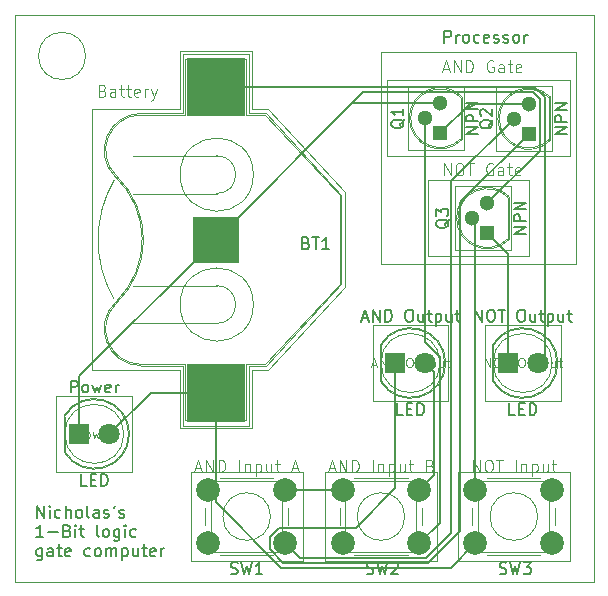
<source format=gbr>
%TF.GenerationSoftware,KiCad,Pcbnew,9.0.0*%
%TF.CreationDate,2025-04-11T06:46:33+08:00*%
%TF.ProjectId,computer,636f6d70-7574-4657-922e-6b696361645f,rev?*%
%TF.SameCoordinates,Original*%
%TF.FileFunction,Other,User*%
%FSLAX46Y46*%
G04 Gerber Fmt 4.6, Leading zero omitted, Abs format (unit mm)*
G04 Created by KiCad (PCBNEW 9.0.0) date 2025-04-11 06:46:33*
%MOMM*%
%LPD*%
G01*
G04 APERTURE LIST*
%TA.AperFunction,ComponentPad*%
%ADD10R,1.300000X1.300000*%
%TD*%
%TA.AperFunction,ComponentPad*%
%ADD11C,1.300000*%
%TD*%
%TA.AperFunction,ComponentPad*%
%ADD12R,1.800000X1.800000*%
%TD*%
%TA.AperFunction,ComponentPad*%
%ADD13C,1.800000*%
%TD*%
%TA.AperFunction,ComponentPad*%
%ADD14C,2.000000*%
%TD*%
%ADD15R,1.300000X1.300000*%
%ADD16C,1.300000*%
%ADD17R,1.800000X1.800000*%
%ADD18C,1.800000*%
%ADD19C,2.000000*%
%TA.AperFunction,SMDPad,CuDef*%
%ADD20R,5.000000X5.000000*%
%TD*%
%TA.AperFunction,SMDPad,CuDef*%
%ADD21R,4.000000X4.000000*%
%TD*%
%TA.AperFunction,Conductor*%
%ADD22C,0.200000*%
%TD*%
%ADD23R,5.000000X5.000000*%
%ADD24R,4.000000X4.000000*%
%ADD25C,0.100000*%
%ADD26C,0.125000*%
%ADD27C,0.200000*%
%ADD28C,0.203200*%
%ADD29C,0.150000*%
%ADD30C,0.120000*%
%ADD31C,0.050000*%
%TA.AperFunction,Profile*%
%ADD32C,0.050000*%
%TD*%
G04 APERTURE END LIST*
D10*
%TO.P,Q3,1,C*%
%TO.N,Net-(D1-K)*%
X152500000Y-81000000D03*
D11*
%TO.P,Q3,2,B*%
%TO.N,Net-(Q3-B)*%
X151230000Y-79730000D03*
%TO.P,Q3,3,E*%
%TO.N,Net-(BT1--)*%
X152500000Y-78460000D03*
%TD*%
D12*
%TO.P,Power,1,K*%
%TO.N,Net-(BT1--)*%
X117960000Y-98000000D03*
D13*
%TO.P,Power,2,A*%
%TO.N,Net-(BT1-+)*%
X120500000Y-98000000D03*
%TD*%
D14*
%TO.P,AND Input A,1,1*%
%TO.N,Net-(BT1-+)*%
X128885000Y-102750000D03*
X135385000Y-102750000D03*
%TO.P,AND Input A,2,2*%
%TO.N,Net-(Q2-B)*%
X128885000Y-107250000D03*
X135385000Y-107250000D03*
%TD*%
D10*
%TO.P,Q1,1,C*%
%TO.N,Net-(Q1-C)*%
X148500000Y-72540000D03*
D11*
%TO.P,Q1,2,B*%
%TO.N,Net-(Q1-B)*%
X147230000Y-71270000D03*
%TO.P,Q1,3,E*%
%TO.N,Net-(BT1--)*%
X148500000Y-70000000D03*
%TD*%
D14*
%TO.P,AND Input B,1,1*%
%TO.N,Net-(BT1-+)*%
X140250000Y-102750000D03*
X146750000Y-102750000D03*
%TO.P,AND Input B,2,2*%
%TO.N,Net-(Q1-B)*%
X140250000Y-107250000D03*
X146750000Y-107250000D03*
%TD*%
%TO.P,NOT Input,1,1*%
%TO.N,Net-(Q3-B)*%
X151500000Y-102750000D03*
X158000000Y-102750000D03*
%TO.P,NOT Input,2,2*%
%TO.N,Net-(BT1-+)*%
X151500000Y-107250000D03*
X158000000Y-107250000D03*
%TD*%
D12*
%TO.P,AND Output,1,K*%
%TO.N,Net-(D2-K)*%
X144730000Y-92000000D03*
D13*
%TO.P,AND Output,2,A*%
%TO.N,Net-(BT1-+)*%
X147270000Y-92000000D03*
%TD*%
D10*
%TO.P,Q2,1,C*%
%TO.N,Net-(D2-K)*%
X156000000Y-72580000D03*
D11*
%TO.P,Q2,2,B*%
%TO.N,Net-(Q2-B)*%
X154730000Y-71310000D03*
%TO.P,Q2,3,E*%
%TO.N,Net-(Q1-C)*%
X156000000Y-70040000D03*
%TD*%
D12*
%TO.P,NOT Output,1,K*%
%TO.N,Net-(D1-K)*%
X154230000Y-92000000D03*
D13*
%TO.P,NOT Output,2,A*%
%TO.N,Net-(BT1-+)*%
X156770000Y-92000000D03*
%TD*%
D15*
%TO.C,Q3*%
X152500000Y-81000000D03*
D16*
X151230000Y-79730000D03*
X152500000Y-78460000D03*
%TD*%
D17*
%TO.C,Power*%
X117960000Y-98000000D03*
D18*
X120500000Y-98000000D03*
%TD*%
D19*
%TO.C,AND Input A*%
X128885000Y-102750000D03*
X135385000Y-102750000D03*
X128885000Y-107250000D03*
X135385000Y-107250000D03*
%TD*%
D15*
%TO.C,Q1*%
X148500000Y-72540000D03*
D16*
X147230000Y-71270000D03*
X148500000Y-70000000D03*
%TD*%
D19*
%TO.C,AND Input B*%
X140250000Y-102750000D03*
X146750000Y-102750000D03*
X140250000Y-107250000D03*
X146750000Y-107250000D03*
%TD*%
%TO.C,NOT Input*%
X151500000Y-102750000D03*
X158000000Y-102750000D03*
X151500000Y-107250000D03*
X158000000Y-107250000D03*
%TD*%
D17*
%TO.C,AND Output*%
X144730000Y-92000000D03*
D18*
X147270000Y-92000000D03*
%TD*%
D15*
%TO.C,Q2*%
X156000000Y-72580000D03*
D16*
X154730000Y-71310000D03*
X156000000Y-70040000D03*
%TD*%
D17*
%TO.C,NOT Output*%
X154230000Y-92000000D03*
D18*
X156770000Y-92000000D03*
%TD*%
D10*
%TO.P,Q3,1,C*%
%TO.N,Net-(D1-K)*%
X152500000Y-81000000D03*
D11*
%TO.P,Q3,2,B*%
%TO.N,Net-(Q3-B)*%
X151230000Y-79730000D03*
%TO.P,Q3,3,E*%
%TO.N,Net-(BT1--)*%
X152500000Y-78460000D03*
%TD*%
D12*
%TO.P,Power,1,K*%
%TO.N,Net-(BT1--)*%
X117960000Y-98000000D03*
D13*
%TO.P,Power,2,A*%
%TO.N,Net-(BT1-+)*%
X120500000Y-98000000D03*
%TD*%
D20*
%TO.P,Battery,1,+*%
%TO.N,Net-(BT1-+)*%
X129500000Y-94500000D03*
X129500000Y-68600000D03*
D21*
%TO.P,Battery,2,-*%
%TO.N,Net-(BT1--)*%
X129500000Y-81550000D03*
%TD*%
D14*
%TO.P,AND Input A,1,1*%
%TO.N,Net-(BT1-+)*%
X128885000Y-102750000D03*
X135385000Y-102750000D03*
%TO.P,AND Input A,2,2*%
%TO.N,Net-(Q2-B)*%
X128885000Y-107250000D03*
X135385000Y-107250000D03*
%TD*%
D10*
%TO.P,Q1,1,C*%
%TO.N,Net-(Q1-C)*%
X148500000Y-72540000D03*
D11*
%TO.P,Q1,2,B*%
%TO.N,Net-(Q1-B)*%
X147230000Y-71270000D03*
%TO.P,Q1,3,E*%
%TO.N,Net-(BT1--)*%
X148500000Y-70000000D03*
%TD*%
D14*
%TO.P,AND Input B,1,1*%
%TO.N,Net-(BT1-+)*%
X140250000Y-102750000D03*
X146750000Y-102750000D03*
%TO.P,AND Input B,2,2*%
%TO.N,Net-(Q1-B)*%
X140250000Y-107250000D03*
X146750000Y-107250000D03*
%TD*%
%TO.P,NOT Input,1,1*%
%TO.N,Net-(Q3-B)*%
X151500000Y-102750000D03*
X158000000Y-102750000D03*
%TO.P,NOT Input,2,2*%
%TO.N,Net-(BT1-+)*%
X151500000Y-107250000D03*
X158000000Y-107250000D03*
%TD*%
D12*
%TO.P,AND Output,1,K*%
%TO.N,Net-(D2-K)*%
X144730000Y-92000000D03*
D13*
%TO.P,AND Output,2,A*%
%TO.N,Net-(BT1-+)*%
X147270000Y-92000000D03*
%TD*%
D10*
%TO.P,Q2,1,C*%
%TO.N,Net-(D2-K)*%
X156000000Y-72580000D03*
D11*
%TO.P,Q2,2,B*%
%TO.N,Net-(Q2-B)*%
X154730000Y-71310000D03*
%TO.P,Q2,3,E*%
%TO.N,Net-(Q1-C)*%
X156000000Y-70040000D03*
%TD*%
D12*
%TO.P,NOT Output,1,K*%
%TO.N,Net-(D1-K)*%
X154230000Y-92000000D03*
D13*
%TO.P,NOT Output,2,A*%
%TO.N,Net-(BT1-+)*%
X156770000Y-92000000D03*
%TD*%
D22*
%TO.N,Net-(BT1--)*%
X152500000Y-78460000D02*
X156951000Y-74009000D01*
X141961000Y-69089000D02*
X129500000Y-81550000D01*
X141050000Y-70000000D02*
X129500000Y-81550000D01*
X156951000Y-74009000D02*
X156951000Y-69646082D01*
X148500000Y-70000000D02*
X141050000Y-70000000D01*
X117960000Y-93090000D02*
X129500000Y-81550000D01*
X117960000Y-98000000D02*
X117960000Y-93090000D01*
X156951000Y-69646082D02*
X156393918Y-69089000D01*
X156393918Y-69089000D02*
X141961000Y-69089000D01*
%TO.N,Net-(BT1-+)*%
X120500000Y-98000000D02*
X124000000Y-94500000D01*
X124000000Y-94500000D02*
X129500000Y-94500000D01*
X156472018Y-68600000D02*
X129500000Y-68600000D01*
X147270000Y-92000000D02*
X148000000Y-92730000D01*
X148000000Y-101500000D02*
X146750000Y-102750000D01*
X151500000Y-107250000D02*
X149397000Y-109353000D01*
X149397000Y-109353000D02*
X135081008Y-109353000D01*
X135081008Y-109353000D02*
X129500000Y-103771992D01*
X129500000Y-102135000D02*
X128885000Y-102750000D01*
X129500000Y-94500000D02*
X127199000Y-92199000D01*
X148000000Y-92730000D02*
X148000000Y-101500000D01*
X129500000Y-94500000D02*
X129500000Y-102135000D01*
X129500000Y-103771992D02*
X129500000Y-94500000D01*
X156770000Y-92000000D02*
X157352000Y-91418000D01*
X135385000Y-102750000D02*
X140250000Y-102750000D01*
X127199000Y-70901000D02*
X129500000Y-68600000D01*
X157352000Y-91418000D02*
X157352000Y-69479982D01*
X157352000Y-69479982D02*
X156472018Y-68600000D01*
%TO.N,Net-(D1-K)*%
X154230000Y-82730000D02*
X152500000Y-81000000D01*
X154230000Y-92000000D02*
X154230000Y-82730000D01*
%TO.N,Net-(D2-K)*%
X147454992Y-108952000D02*
X150199000Y-106207992D01*
X135247108Y-108952000D02*
X147454992Y-108952000D01*
X150199000Y-78381000D02*
X156000000Y-72580000D01*
X134846108Y-105949000D02*
X134084000Y-106711108D01*
X144730000Y-102569892D02*
X141350892Y-105949000D01*
X134084000Y-106711108D02*
X134084000Y-107788892D01*
X141350892Y-105949000D02*
X134846108Y-105949000D01*
X150199000Y-106207992D02*
X150199000Y-78381000D01*
X134084000Y-107788892D02*
X135247108Y-108952000D01*
X144730000Y-92000000D02*
X144730000Y-102569892D01*
%TO.N,Net-(Q1-B)*%
X147230000Y-90261529D02*
X147230000Y-71270000D01*
X148471000Y-105529000D02*
X148471000Y-91502529D01*
X146750000Y-107250000D02*
X148471000Y-105529000D01*
X148471000Y-91502529D02*
X147230000Y-90261529D01*
%TO.N,Net-(Q1-C)*%
X151000000Y-70040000D02*
X156000000Y-70040000D01*
X148500000Y-72540000D02*
X151000000Y-70040000D01*
%TO.N,Net-(Q2-B)*%
X136686000Y-108551000D02*
X135385000Y-107250000D01*
X147288892Y-108551000D02*
X136686000Y-108551000D01*
X149451000Y-106388892D02*
X147288892Y-108551000D01*
X154730000Y-71310000D02*
X149451000Y-76589000D01*
X149451000Y-76589000D02*
X149451000Y-106388892D01*
%TO.N,Net-(Q3-B)*%
X151230000Y-79730000D02*
X151500000Y-80000000D01*
X151500000Y-80000000D02*
X151500000Y-102750000D01*
%TD*%
D15*
%TO.C,Q3*%
X152500000Y-81000000D03*
D16*
X151230000Y-79730000D03*
X152500000Y-78460000D03*
%TD*%
D17*
%TO.C,Power*%
X117960000Y-98000000D03*
D18*
X120500000Y-98000000D03*
%TD*%
D23*
%TO.C,Battery*%
X129500000Y-94500000D03*
X129500000Y-68600000D03*
D24*
X129500000Y-81550000D03*
%TD*%
D19*
%TO.C,AND Input A*%
X128885000Y-102750000D03*
X135385000Y-102750000D03*
X128885000Y-107250000D03*
X135385000Y-107250000D03*
%TD*%
D15*
%TO.C,Q1*%
X148500000Y-72540000D03*
D16*
X147230000Y-71270000D03*
X148500000Y-70000000D03*
%TD*%
D19*
%TO.C,AND Input B*%
X140250000Y-102750000D03*
X146750000Y-102750000D03*
X140250000Y-107250000D03*
X146750000Y-107250000D03*
%TD*%
%TO.C,NOT Input*%
X151500000Y-102750000D03*
X158000000Y-102750000D03*
X151500000Y-107250000D03*
X158000000Y-107250000D03*
%TD*%
D17*
%TO.C,AND Output*%
X144730000Y-92000000D03*
D18*
X147270000Y-92000000D03*
%TD*%
D15*
%TO.C,Q2*%
X156000000Y-72580000D03*
D16*
X154730000Y-71310000D03*
X156000000Y-70040000D03*
%TD*%
D17*
%TO.C,NOT Output*%
X154230000Y-92000000D03*
D18*
X156770000Y-92000000D03*
%TD*%
D23*
%TO.C,Battery*%
X129500000Y-94500000D03*
X129500000Y-68600000D03*
D24*
X129500000Y-81550000D03*
%TD*%
D25*
X144000000Y-68000000D02*
X159500000Y-68000000D01*
X159500000Y-74500000D01*
X144000000Y-74500000D01*
X144000000Y-68000000D01*
X143500000Y-65641522D02*
X160000000Y-65641522D01*
X160000000Y-83641522D01*
X143500000Y-83641522D01*
X143500000Y-65641522D01*
X147500000Y-76480000D02*
X156000000Y-76480000D01*
X156000000Y-82980000D01*
X147500000Y-82980000D01*
X147500000Y-76480000D01*
D26*
X148820331Y-76101119D02*
X148820331Y-75101119D01*
X148820331Y-75101119D02*
X149391759Y-76101119D01*
X149391759Y-76101119D02*
X149391759Y-75101119D01*
X150058426Y-75101119D02*
X150248902Y-75101119D01*
X150248902Y-75101119D02*
X150344140Y-75148738D01*
X150344140Y-75148738D02*
X150439378Y-75243976D01*
X150439378Y-75243976D02*
X150486997Y-75434452D01*
X150486997Y-75434452D02*
X150486997Y-75767785D01*
X150486997Y-75767785D02*
X150439378Y-75958261D01*
X150439378Y-75958261D02*
X150344140Y-76053500D01*
X150344140Y-76053500D02*
X150248902Y-76101119D01*
X150248902Y-76101119D02*
X150058426Y-76101119D01*
X150058426Y-76101119D02*
X149963188Y-76053500D01*
X149963188Y-76053500D02*
X149867950Y-75958261D01*
X149867950Y-75958261D02*
X149820331Y-75767785D01*
X149820331Y-75767785D02*
X149820331Y-75434452D01*
X149820331Y-75434452D02*
X149867950Y-75243976D01*
X149867950Y-75243976D02*
X149963188Y-75148738D01*
X149963188Y-75148738D02*
X150058426Y-75101119D01*
X150772712Y-75101119D02*
X151344140Y-75101119D01*
X151058426Y-76101119D02*
X151058426Y-75101119D01*
X152963188Y-75148738D02*
X152867950Y-75101119D01*
X152867950Y-75101119D02*
X152725093Y-75101119D01*
X152725093Y-75101119D02*
X152582236Y-75148738D01*
X152582236Y-75148738D02*
X152486998Y-75243976D01*
X152486998Y-75243976D02*
X152439379Y-75339214D01*
X152439379Y-75339214D02*
X152391760Y-75529690D01*
X152391760Y-75529690D02*
X152391760Y-75672547D01*
X152391760Y-75672547D02*
X152439379Y-75863023D01*
X152439379Y-75863023D02*
X152486998Y-75958261D01*
X152486998Y-75958261D02*
X152582236Y-76053500D01*
X152582236Y-76053500D02*
X152725093Y-76101119D01*
X152725093Y-76101119D02*
X152820331Y-76101119D01*
X152820331Y-76101119D02*
X152963188Y-76053500D01*
X152963188Y-76053500D02*
X153010807Y-76005880D01*
X153010807Y-76005880D02*
X153010807Y-75672547D01*
X153010807Y-75672547D02*
X152820331Y-75672547D01*
X153867950Y-76101119D02*
X153867950Y-75577309D01*
X153867950Y-75577309D02*
X153820331Y-75482071D01*
X153820331Y-75482071D02*
X153725093Y-75434452D01*
X153725093Y-75434452D02*
X153534617Y-75434452D01*
X153534617Y-75434452D02*
X153439379Y-75482071D01*
X153867950Y-76053500D02*
X153772712Y-76101119D01*
X153772712Y-76101119D02*
X153534617Y-76101119D01*
X153534617Y-76101119D02*
X153439379Y-76053500D01*
X153439379Y-76053500D02*
X153391760Y-75958261D01*
X153391760Y-75958261D02*
X153391760Y-75863023D01*
X153391760Y-75863023D02*
X153439379Y-75767785D01*
X153439379Y-75767785D02*
X153534617Y-75720166D01*
X153534617Y-75720166D02*
X153772712Y-75720166D01*
X153772712Y-75720166D02*
X153867950Y-75672547D01*
X154201284Y-75434452D02*
X154582236Y-75434452D01*
X154344141Y-75101119D02*
X154344141Y-75958261D01*
X154344141Y-75958261D02*
X154391760Y-76053500D01*
X154391760Y-76053500D02*
X154486998Y-76101119D01*
X154486998Y-76101119D02*
X154582236Y-76101119D01*
X155296522Y-76053500D02*
X155201284Y-76101119D01*
X155201284Y-76101119D02*
X155010808Y-76101119D01*
X155010808Y-76101119D02*
X154915570Y-76053500D01*
X154915570Y-76053500D02*
X154867951Y-75958261D01*
X154867951Y-75958261D02*
X154867951Y-75577309D01*
X154867951Y-75577309D02*
X154915570Y-75482071D01*
X154915570Y-75482071D02*
X155010808Y-75434452D01*
X155010808Y-75434452D02*
X155201284Y-75434452D01*
X155201284Y-75434452D02*
X155296522Y-75482071D01*
X155296522Y-75482071D02*
X155344141Y-75577309D01*
X155344141Y-75577309D02*
X155344141Y-75672547D01*
X155344141Y-75672547D02*
X154867951Y-75767785D01*
X148772712Y-67085404D02*
X149248902Y-67085404D01*
X148677474Y-67371119D02*
X149010807Y-66371119D01*
X149010807Y-66371119D02*
X149344140Y-67371119D01*
X149677474Y-67371119D02*
X149677474Y-66371119D01*
X149677474Y-66371119D02*
X150248902Y-67371119D01*
X150248902Y-67371119D02*
X150248902Y-66371119D01*
X150725093Y-67371119D02*
X150725093Y-66371119D01*
X150725093Y-66371119D02*
X150963188Y-66371119D01*
X150963188Y-66371119D02*
X151106045Y-66418738D01*
X151106045Y-66418738D02*
X151201283Y-66513976D01*
X151201283Y-66513976D02*
X151248902Y-66609214D01*
X151248902Y-66609214D02*
X151296521Y-66799690D01*
X151296521Y-66799690D02*
X151296521Y-66942547D01*
X151296521Y-66942547D02*
X151248902Y-67133023D01*
X151248902Y-67133023D02*
X151201283Y-67228261D01*
X151201283Y-67228261D02*
X151106045Y-67323500D01*
X151106045Y-67323500D02*
X150963188Y-67371119D01*
X150963188Y-67371119D02*
X150725093Y-67371119D01*
X153010807Y-66418738D02*
X152915569Y-66371119D01*
X152915569Y-66371119D02*
X152772712Y-66371119D01*
X152772712Y-66371119D02*
X152629855Y-66418738D01*
X152629855Y-66418738D02*
X152534617Y-66513976D01*
X152534617Y-66513976D02*
X152486998Y-66609214D01*
X152486998Y-66609214D02*
X152439379Y-66799690D01*
X152439379Y-66799690D02*
X152439379Y-66942547D01*
X152439379Y-66942547D02*
X152486998Y-67133023D01*
X152486998Y-67133023D02*
X152534617Y-67228261D01*
X152534617Y-67228261D02*
X152629855Y-67323500D01*
X152629855Y-67323500D02*
X152772712Y-67371119D01*
X152772712Y-67371119D02*
X152867950Y-67371119D01*
X152867950Y-67371119D02*
X153010807Y-67323500D01*
X153010807Y-67323500D02*
X153058426Y-67275880D01*
X153058426Y-67275880D02*
X153058426Y-66942547D01*
X153058426Y-66942547D02*
X152867950Y-66942547D01*
X153915569Y-67371119D02*
X153915569Y-66847309D01*
X153915569Y-66847309D02*
X153867950Y-66752071D01*
X153867950Y-66752071D02*
X153772712Y-66704452D01*
X153772712Y-66704452D02*
X153582236Y-66704452D01*
X153582236Y-66704452D02*
X153486998Y-66752071D01*
X153915569Y-67323500D02*
X153820331Y-67371119D01*
X153820331Y-67371119D02*
X153582236Y-67371119D01*
X153582236Y-67371119D02*
X153486998Y-67323500D01*
X153486998Y-67323500D02*
X153439379Y-67228261D01*
X153439379Y-67228261D02*
X153439379Y-67133023D01*
X153439379Y-67133023D02*
X153486998Y-67037785D01*
X153486998Y-67037785D02*
X153582236Y-66990166D01*
X153582236Y-66990166D02*
X153820331Y-66990166D01*
X153820331Y-66990166D02*
X153915569Y-66942547D01*
X154248903Y-66704452D02*
X154629855Y-66704452D01*
X154391760Y-66371119D02*
X154391760Y-67228261D01*
X154391760Y-67228261D02*
X154439379Y-67323500D01*
X154439379Y-67323500D02*
X154534617Y-67371119D01*
X154534617Y-67371119D02*
X154629855Y-67371119D01*
X155344141Y-67323500D02*
X155248903Y-67371119D01*
X155248903Y-67371119D02*
X155058427Y-67371119D01*
X155058427Y-67371119D02*
X154963189Y-67323500D01*
X154963189Y-67323500D02*
X154915570Y-67228261D01*
X154915570Y-67228261D02*
X154915570Y-66847309D01*
X154915570Y-66847309D02*
X154963189Y-66752071D01*
X154963189Y-66752071D02*
X155058427Y-66704452D01*
X155058427Y-66704452D02*
X155248903Y-66704452D01*
X155248903Y-66704452D02*
X155344141Y-66752071D01*
X155344141Y-66752071D02*
X155391760Y-66847309D01*
X155391760Y-66847309D02*
X155391760Y-66942547D01*
X155391760Y-66942547D02*
X154915570Y-67037785D01*
D27*
X148869673Y-64867219D02*
X148869673Y-63867219D01*
X148869673Y-63867219D02*
X149250625Y-63867219D01*
X149250625Y-63867219D02*
X149345863Y-63914838D01*
X149345863Y-63914838D02*
X149393482Y-63962457D01*
X149393482Y-63962457D02*
X149441101Y-64057695D01*
X149441101Y-64057695D02*
X149441101Y-64200552D01*
X149441101Y-64200552D02*
X149393482Y-64295790D01*
X149393482Y-64295790D02*
X149345863Y-64343409D01*
X149345863Y-64343409D02*
X149250625Y-64391028D01*
X149250625Y-64391028D02*
X148869673Y-64391028D01*
X149869673Y-64867219D02*
X149869673Y-64200552D01*
X149869673Y-64391028D02*
X149917292Y-64295790D01*
X149917292Y-64295790D02*
X149964911Y-64248171D01*
X149964911Y-64248171D02*
X150060149Y-64200552D01*
X150060149Y-64200552D02*
X150155387Y-64200552D01*
X150631578Y-64867219D02*
X150536340Y-64819600D01*
X150536340Y-64819600D02*
X150488721Y-64771980D01*
X150488721Y-64771980D02*
X150441102Y-64676742D01*
X150441102Y-64676742D02*
X150441102Y-64391028D01*
X150441102Y-64391028D02*
X150488721Y-64295790D01*
X150488721Y-64295790D02*
X150536340Y-64248171D01*
X150536340Y-64248171D02*
X150631578Y-64200552D01*
X150631578Y-64200552D02*
X150774435Y-64200552D01*
X150774435Y-64200552D02*
X150869673Y-64248171D01*
X150869673Y-64248171D02*
X150917292Y-64295790D01*
X150917292Y-64295790D02*
X150964911Y-64391028D01*
X150964911Y-64391028D02*
X150964911Y-64676742D01*
X150964911Y-64676742D02*
X150917292Y-64771980D01*
X150917292Y-64771980D02*
X150869673Y-64819600D01*
X150869673Y-64819600D02*
X150774435Y-64867219D01*
X150774435Y-64867219D02*
X150631578Y-64867219D01*
X151822054Y-64819600D02*
X151726816Y-64867219D01*
X151726816Y-64867219D02*
X151536340Y-64867219D01*
X151536340Y-64867219D02*
X151441102Y-64819600D01*
X151441102Y-64819600D02*
X151393483Y-64771980D01*
X151393483Y-64771980D02*
X151345864Y-64676742D01*
X151345864Y-64676742D02*
X151345864Y-64391028D01*
X151345864Y-64391028D02*
X151393483Y-64295790D01*
X151393483Y-64295790D02*
X151441102Y-64248171D01*
X151441102Y-64248171D02*
X151536340Y-64200552D01*
X151536340Y-64200552D02*
X151726816Y-64200552D01*
X151726816Y-64200552D02*
X151822054Y-64248171D01*
X152631578Y-64819600D02*
X152536340Y-64867219D01*
X152536340Y-64867219D02*
X152345864Y-64867219D01*
X152345864Y-64867219D02*
X152250626Y-64819600D01*
X152250626Y-64819600D02*
X152203007Y-64724361D01*
X152203007Y-64724361D02*
X152203007Y-64343409D01*
X152203007Y-64343409D02*
X152250626Y-64248171D01*
X152250626Y-64248171D02*
X152345864Y-64200552D01*
X152345864Y-64200552D02*
X152536340Y-64200552D01*
X152536340Y-64200552D02*
X152631578Y-64248171D01*
X152631578Y-64248171D02*
X152679197Y-64343409D01*
X152679197Y-64343409D02*
X152679197Y-64438647D01*
X152679197Y-64438647D02*
X152203007Y-64533885D01*
X153060150Y-64819600D02*
X153155388Y-64867219D01*
X153155388Y-64867219D02*
X153345864Y-64867219D01*
X153345864Y-64867219D02*
X153441102Y-64819600D01*
X153441102Y-64819600D02*
X153488721Y-64724361D01*
X153488721Y-64724361D02*
X153488721Y-64676742D01*
X153488721Y-64676742D02*
X153441102Y-64581504D01*
X153441102Y-64581504D02*
X153345864Y-64533885D01*
X153345864Y-64533885D02*
X153203007Y-64533885D01*
X153203007Y-64533885D02*
X153107769Y-64486266D01*
X153107769Y-64486266D02*
X153060150Y-64391028D01*
X153060150Y-64391028D02*
X153060150Y-64343409D01*
X153060150Y-64343409D02*
X153107769Y-64248171D01*
X153107769Y-64248171D02*
X153203007Y-64200552D01*
X153203007Y-64200552D02*
X153345864Y-64200552D01*
X153345864Y-64200552D02*
X153441102Y-64248171D01*
X153869674Y-64819600D02*
X153964912Y-64867219D01*
X153964912Y-64867219D02*
X154155388Y-64867219D01*
X154155388Y-64867219D02*
X154250626Y-64819600D01*
X154250626Y-64819600D02*
X154298245Y-64724361D01*
X154298245Y-64724361D02*
X154298245Y-64676742D01*
X154298245Y-64676742D02*
X154250626Y-64581504D01*
X154250626Y-64581504D02*
X154155388Y-64533885D01*
X154155388Y-64533885D02*
X154012531Y-64533885D01*
X154012531Y-64533885D02*
X153917293Y-64486266D01*
X153917293Y-64486266D02*
X153869674Y-64391028D01*
X153869674Y-64391028D02*
X153869674Y-64343409D01*
X153869674Y-64343409D02*
X153917293Y-64248171D01*
X153917293Y-64248171D02*
X154012531Y-64200552D01*
X154012531Y-64200552D02*
X154155388Y-64200552D01*
X154155388Y-64200552D02*
X154250626Y-64248171D01*
X154869674Y-64867219D02*
X154774436Y-64819600D01*
X154774436Y-64819600D02*
X154726817Y-64771980D01*
X154726817Y-64771980D02*
X154679198Y-64676742D01*
X154679198Y-64676742D02*
X154679198Y-64391028D01*
X154679198Y-64391028D02*
X154726817Y-64295790D01*
X154726817Y-64295790D02*
X154774436Y-64248171D01*
X154774436Y-64248171D02*
X154869674Y-64200552D01*
X154869674Y-64200552D02*
X155012531Y-64200552D01*
X155012531Y-64200552D02*
X155107769Y-64248171D01*
X155107769Y-64248171D02*
X155155388Y-64295790D01*
X155155388Y-64295790D02*
X155203007Y-64391028D01*
X155203007Y-64391028D02*
X155203007Y-64676742D01*
X155203007Y-64676742D02*
X155155388Y-64771980D01*
X155155388Y-64771980D02*
X155107769Y-64819600D01*
X155107769Y-64819600D02*
X155012531Y-64867219D01*
X155012531Y-64867219D02*
X154869674Y-64867219D01*
X155631579Y-64867219D02*
X155631579Y-64200552D01*
X155631579Y-64391028D02*
X155679198Y-64295790D01*
X155679198Y-64295790D02*
X155726817Y-64248171D01*
X155726817Y-64248171D02*
X155822055Y-64200552D01*
X155822055Y-64200552D02*
X155917293Y-64200552D01*
D28*
X114375588Y-105093687D02*
X114375588Y-104077687D01*
X114375588Y-104077687D02*
X114956160Y-105093687D01*
X114956160Y-105093687D02*
X114956160Y-104077687D01*
X115439969Y-105093687D02*
X115439969Y-104416354D01*
X115439969Y-104077687D02*
X115391588Y-104126068D01*
X115391588Y-104126068D02*
X115439969Y-104174449D01*
X115439969Y-104174449D02*
X115488350Y-104126068D01*
X115488350Y-104126068D02*
X115439969Y-104077687D01*
X115439969Y-104077687D02*
X115439969Y-104174449D01*
X116359208Y-105045307D02*
X116262446Y-105093687D01*
X116262446Y-105093687D02*
X116068922Y-105093687D01*
X116068922Y-105093687D02*
X115972160Y-105045307D01*
X115972160Y-105045307D02*
X115923779Y-104996926D01*
X115923779Y-104996926D02*
X115875398Y-104900164D01*
X115875398Y-104900164D02*
X115875398Y-104609878D01*
X115875398Y-104609878D02*
X115923779Y-104513116D01*
X115923779Y-104513116D02*
X115972160Y-104464735D01*
X115972160Y-104464735D02*
X116068922Y-104416354D01*
X116068922Y-104416354D02*
X116262446Y-104416354D01*
X116262446Y-104416354D02*
X116359208Y-104464735D01*
X116794636Y-105093687D02*
X116794636Y-104077687D01*
X117230065Y-105093687D02*
X117230065Y-104561497D01*
X117230065Y-104561497D02*
X117181684Y-104464735D01*
X117181684Y-104464735D02*
X117084922Y-104416354D01*
X117084922Y-104416354D02*
X116939779Y-104416354D01*
X116939779Y-104416354D02*
X116843017Y-104464735D01*
X116843017Y-104464735D02*
X116794636Y-104513116D01*
X117859017Y-105093687D02*
X117762255Y-105045307D01*
X117762255Y-105045307D02*
X117713874Y-104996926D01*
X117713874Y-104996926D02*
X117665493Y-104900164D01*
X117665493Y-104900164D02*
X117665493Y-104609878D01*
X117665493Y-104609878D02*
X117713874Y-104513116D01*
X117713874Y-104513116D02*
X117762255Y-104464735D01*
X117762255Y-104464735D02*
X117859017Y-104416354D01*
X117859017Y-104416354D02*
X118004160Y-104416354D01*
X118004160Y-104416354D02*
X118100922Y-104464735D01*
X118100922Y-104464735D02*
X118149303Y-104513116D01*
X118149303Y-104513116D02*
X118197684Y-104609878D01*
X118197684Y-104609878D02*
X118197684Y-104900164D01*
X118197684Y-104900164D02*
X118149303Y-104996926D01*
X118149303Y-104996926D02*
X118100922Y-105045307D01*
X118100922Y-105045307D02*
X118004160Y-105093687D01*
X118004160Y-105093687D02*
X117859017Y-105093687D01*
X118778255Y-105093687D02*
X118681493Y-105045307D01*
X118681493Y-105045307D02*
X118633112Y-104948545D01*
X118633112Y-104948545D02*
X118633112Y-104077687D01*
X119600731Y-105093687D02*
X119600731Y-104561497D01*
X119600731Y-104561497D02*
X119552350Y-104464735D01*
X119552350Y-104464735D02*
X119455588Y-104416354D01*
X119455588Y-104416354D02*
X119262064Y-104416354D01*
X119262064Y-104416354D02*
X119165302Y-104464735D01*
X119600731Y-105045307D02*
X119503969Y-105093687D01*
X119503969Y-105093687D02*
X119262064Y-105093687D01*
X119262064Y-105093687D02*
X119165302Y-105045307D01*
X119165302Y-105045307D02*
X119116921Y-104948545D01*
X119116921Y-104948545D02*
X119116921Y-104851783D01*
X119116921Y-104851783D02*
X119165302Y-104755021D01*
X119165302Y-104755021D02*
X119262064Y-104706640D01*
X119262064Y-104706640D02*
X119503969Y-104706640D01*
X119503969Y-104706640D02*
X119600731Y-104658259D01*
X120036159Y-105045307D02*
X120132921Y-105093687D01*
X120132921Y-105093687D02*
X120326445Y-105093687D01*
X120326445Y-105093687D02*
X120423207Y-105045307D01*
X120423207Y-105045307D02*
X120471588Y-104948545D01*
X120471588Y-104948545D02*
X120471588Y-104900164D01*
X120471588Y-104900164D02*
X120423207Y-104803402D01*
X120423207Y-104803402D02*
X120326445Y-104755021D01*
X120326445Y-104755021D02*
X120181302Y-104755021D01*
X120181302Y-104755021D02*
X120084540Y-104706640D01*
X120084540Y-104706640D02*
X120036159Y-104609878D01*
X120036159Y-104609878D02*
X120036159Y-104561497D01*
X120036159Y-104561497D02*
X120084540Y-104464735D01*
X120084540Y-104464735D02*
X120181302Y-104416354D01*
X120181302Y-104416354D02*
X120326445Y-104416354D01*
X120326445Y-104416354D02*
X120423207Y-104464735D01*
X120955397Y-104077687D02*
X120858635Y-104271211D01*
X121342445Y-105045307D02*
X121439207Y-105093687D01*
X121439207Y-105093687D02*
X121632731Y-105093687D01*
X121632731Y-105093687D02*
X121729493Y-105045307D01*
X121729493Y-105045307D02*
X121777874Y-104948545D01*
X121777874Y-104948545D02*
X121777874Y-104900164D01*
X121777874Y-104900164D02*
X121729493Y-104803402D01*
X121729493Y-104803402D02*
X121632731Y-104755021D01*
X121632731Y-104755021D02*
X121487588Y-104755021D01*
X121487588Y-104755021D02*
X121390826Y-104706640D01*
X121390826Y-104706640D02*
X121342445Y-104609878D01*
X121342445Y-104609878D02*
X121342445Y-104561497D01*
X121342445Y-104561497D02*
X121390826Y-104464735D01*
X121390826Y-104464735D02*
X121487588Y-104416354D01*
X121487588Y-104416354D02*
X121632731Y-104416354D01*
X121632731Y-104416354D02*
X121729493Y-104464735D01*
X114907779Y-106729390D02*
X114327207Y-106729390D01*
X114617493Y-106729390D02*
X114617493Y-105713390D01*
X114617493Y-105713390D02*
X114520731Y-105858533D01*
X114520731Y-105858533D02*
X114423969Y-105955295D01*
X114423969Y-105955295D02*
X114327207Y-106003676D01*
X115343207Y-106342343D02*
X116117303Y-106342343D01*
X116939779Y-106197200D02*
X117084922Y-106245581D01*
X117084922Y-106245581D02*
X117133303Y-106293962D01*
X117133303Y-106293962D02*
X117181684Y-106390724D01*
X117181684Y-106390724D02*
X117181684Y-106535867D01*
X117181684Y-106535867D02*
X117133303Y-106632629D01*
X117133303Y-106632629D02*
X117084922Y-106681010D01*
X117084922Y-106681010D02*
X116988160Y-106729390D01*
X116988160Y-106729390D02*
X116601112Y-106729390D01*
X116601112Y-106729390D02*
X116601112Y-105713390D01*
X116601112Y-105713390D02*
X116939779Y-105713390D01*
X116939779Y-105713390D02*
X117036541Y-105761771D01*
X117036541Y-105761771D02*
X117084922Y-105810152D01*
X117084922Y-105810152D02*
X117133303Y-105906914D01*
X117133303Y-105906914D02*
X117133303Y-106003676D01*
X117133303Y-106003676D02*
X117084922Y-106100438D01*
X117084922Y-106100438D02*
X117036541Y-106148819D01*
X117036541Y-106148819D02*
X116939779Y-106197200D01*
X116939779Y-106197200D02*
X116601112Y-106197200D01*
X117617112Y-106729390D02*
X117617112Y-106052057D01*
X117617112Y-105713390D02*
X117568731Y-105761771D01*
X117568731Y-105761771D02*
X117617112Y-105810152D01*
X117617112Y-105810152D02*
X117665493Y-105761771D01*
X117665493Y-105761771D02*
X117617112Y-105713390D01*
X117617112Y-105713390D02*
X117617112Y-105810152D01*
X117955779Y-106052057D02*
X118342827Y-106052057D01*
X118100922Y-105713390D02*
X118100922Y-106584248D01*
X118100922Y-106584248D02*
X118149303Y-106681010D01*
X118149303Y-106681010D02*
X118246065Y-106729390D01*
X118246065Y-106729390D02*
X118342827Y-106729390D01*
X119600731Y-106729390D02*
X119503969Y-106681010D01*
X119503969Y-106681010D02*
X119455588Y-106584248D01*
X119455588Y-106584248D02*
X119455588Y-105713390D01*
X120132921Y-106729390D02*
X120036159Y-106681010D01*
X120036159Y-106681010D02*
X119987778Y-106632629D01*
X119987778Y-106632629D02*
X119939397Y-106535867D01*
X119939397Y-106535867D02*
X119939397Y-106245581D01*
X119939397Y-106245581D02*
X119987778Y-106148819D01*
X119987778Y-106148819D02*
X120036159Y-106100438D01*
X120036159Y-106100438D02*
X120132921Y-106052057D01*
X120132921Y-106052057D02*
X120278064Y-106052057D01*
X120278064Y-106052057D02*
X120374826Y-106100438D01*
X120374826Y-106100438D02*
X120423207Y-106148819D01*
X120423207Y-106148819D02*
X120471588Y-106245581D01*
X120471588Y-106245581D02*
X120471588Y-106535867D01*
X120471588Y-106535867D02*
X120423207Y-106632629D01*
X120423207Y-106632629D02*
X120374826Y-106681010D01*
X120374826Y-106681010D02*
X120278064Y-106729390D01*
X120278064Y-106729390D02*
X120132921Y-106729390D01*
X121342445Y-106052057D02*
X121342445Y-106874533D01*
X121342445Y-106874533D02*
X121294064Y-106971295D01*
X121294064Y-106971295D02*
X121245683Y-107019676D01*
X121245683Y-107019676D02*
X121148921Y-107068057D01*
X121148921Y-107068057D02*
X121003778Y-107068057D01*
X121003778Y-107068057D02*
X120907016Y-107019676D01*
X121342445Y-106681010D02*
X121245683Y-106729390D01*
X121245683Y-106729390D02*
X121052159Y-106729390D01*
X121052159Y-106729390D02*
X120955397Y-106681010D01*
X120955397Y-106681010D02*
X120907016Y-106632629D01*
X120907016Y-106632629D02*
X120858635Y-106535867D01*
X120858635Y-106535867D02*
X120858635Y-106245581D01*
X120858635Y-106245581D02*
X120907016Y-106148819D01*
X120907016Y-106148819D02*
X120955397Y-106100438D01*
X120955397Y-106100438D02*
X121052159Y-106052057D01*
X121052159Y-106052057D02*
X121245683Y-106052057D01*
X121245683Y-106052057D02*
X121342445Y-106100438D01*
X121826254Y-106729390D02*
X121826254Y-106052057D01*
X121826254Y-105713390D02*
X121777873Y-105761771D01*
X121777873Y-105761771D02*
X121826254Y-105810152D01*
X121826254Y-105810152D02*
X121874635Y-105761771D01*
X121874635Y-105761771D02*
X121826254Y-105713390D01*
X121826254Y-105713390D02*
X121826254Y-105810152D01*
X122745493Y-106681010D02*
X122648731Y-106729390D01*
X122648731Y-106729390D02*
X122455207Y-106729390D01*
X122455207Y-106729390D02*
X122358445Y-106681010D01*
X122358445Y-106681010D02*
X122310064Y-106632629D01*
X122310064Y-106632629D02*
X122261683Y-106535867D01*
X122261683Y-106535867D02*
X122261683Y-106245581D01*
X122261683Y-106245581D02*
X122310064Y-106148819D01*
X122310064Y-106148819D02*
X122358445Y-106100438D01*
X122358445Y-106100438D02*
X122455207Y-106052057D01*
X122455207Y-106052057D02*
X122648731Y-106052057D01*
X122648731Y-106052057D02*
X122745493Y-106100438D01*
X114811017Y-107687760D02*
X114811017Y-108510236D01*
X114811017Y-108510236D02*
X114762636Y-108606998D01*
X114762636Y-108606998D02*
X114714255Y-108655379D01*
X114714255Y-108655379D02*
X114617493Y-108703760D01*
X114617493Y-108703760D02*
X114472350Y-108703760D01*
X114472350Y-108703760D02*
X114375588Y-108655379D01*
X114811017Y-108316713D02*
X114714255Y-108365093D01*
X114714255Y-108365093D02*
X114520731Y-108365093D01*
X114520731Y-108365093D02*
X114423969Y-108316713D01*
X114423969Y-108316713D02*
X114375588Y-108268332D01*
X114375588Y-108268332D02*
X114327207Y-108171570D01*
X114327207Y-108171570D02*
X114327207Y-107881284D01*
X114327207Y-107881284D02*
X114375588Y-107784522D01*
X114375588Y-107784522D02*
X114423969Y-107736141D01*
X114423969Y-107736141D02*
X114520731Y-107687760D01*
X114520731Y-107687760D02*
X114714255Y-107687760D01*
X114714255Y-107687760D02*
X114811017Y-107736141D01*
X115730255Y-108365093D02*
X115730255Y-107832903D01*
X115730255Y-107832903D02*
X115681874Y-107736141D01*
X115681874Y-107736141D02*
X115585112Y-107687760D01*
X115585112Y-107687760D02*
X115391588Y-107687760D01*
X115391588Y-107687760D02*
X115294826Y-107736141D01*
X115730255Y-108316713D02*
X115633493Y-108365093D01*
X115633493Y-108365093D02*
X115391588Y-108365093D01*
X115391588Y-108365093D02*
X115294826Y-108316713D01*
X115294826Y-108316713D02*
X115246445Y-108219951D01*
X115246445Y-108219951D02*
X115246445Y-108123189D01*
X115246445Y-108123189D02*
X115294826Y-108026427D01*
X115294826Y-108026427D02*
X115391588Y-107978046D01*
X115391588Y-107978046D02*
X115633493Y-107978046D01*
X115633493Y-107978046D02*
X115730255Y-107929665D01*
X116068921Y-107687760D02*
X116455969Y-107687760D01*
X116214064Y-107349093D02*
X116214064Y-108219951D01*
X116214064Y-108219951D02*
X116262445Y-108316713D01*
X116262445Y-108316713D02*
X116359207Y-108365093D01*
X116359207Y-108365093D02*
X116455969Y-108365093D01*
X117181683Y-108316713D02*
X117084921Y-108365093D01*
X117084921Y-108365093D02*
X116891397Y-108365093D01*
X116891397Y-108365093D02*
X116794635Y-108316713D01*
X116794635Y-108316713D02*
X116746254Y-108219951D01*
X116746254Y-108219951D02*
X116746254Y-107832903D01*
X116746254Y-107832903D02*
X116794635Y-107736141D01*
X116794635Y-107736141D02*
X116891397Y-107687760D01*
X116891397Y-107687760D02*
X117084921Y-107687760D01*
X117084921Y-107687760D02*
X117181683Y-107736141D01*
X117181683Y-107736141D02*
X117230064Y-107832903D01*
X117230064Y-107832903D02*
X117230064Y-107929665D01*
X117230064Y-107929665D02*
X116746254Y-108026427D01*
X118875016Y-108316713D02*
X118778254Y-108365093D01*
X118778254Y-108365093D02*
X118584730Y-108365093D01*
X118584730Y-108365093D02*
X118487968Y-108316713D01*
X118487968Y-108316713D02*
X118439587Y-108268332D01*
X118439587Y-108268332D02*
X118391206Y-108171570D01*
X118391206Y-108171570D02*
X118391206Y-107881284D01*
X118391206Y-107881284D02*
X118439587Y-107784522D01*
X118439587Y-107784522D02*
X118487968Y-107736141D01*
X118487968Y-107736141D02*
X118584730Y-107687760D01*
X118584730Y-107687760D02*
X118778254Y-107687760D01*
X118778254Y-107687760D02*
X118875016Y-107736141D01*
X119455587Y-108365093D02*
X119358825Y-108316713D01*
X119358825Y-108316713D02*
X119310444Y-108268332D01*
X119310444Y-108268332D02*
X119262063Y-108171570D01*
X119262063Y-108171570D02*
X119262063Y-107881284D01*
X119262063Y-107881284D02*
X119310444Y-107784522D01*
X119310444Y-107784522D02*
X119358825Y-107736141D01*
X119358825Y-107736141D02*
X119455587Y-107687760D01*
X119455587Y-107687760D02*
X119600730Y-107687760D01*
X119600730Y-107687760D02*
X119697492Y-107736141D01*
X119697492Y-107736141D02*
X119745873Y-107784522D01*
X119745873Y-107784522D02*
X119794254Y-107881284D01*
X119794254Y-107881284D02*
X119794254Y-108171570D01*
X119794254Y-108171570D02*
X119745873Y-108268332D01*
X119745873Y-108268332D02*
X119697492Y-108316713D01*
X119697492Y-108316713D02*
X119600730Y-108365093D01*
X119600730Y-108365093D02*
X119455587Y-108365093D01*
X120229682Y-108365093D02*
X120229682Y-107687760D01*
X120229682Y-107784522D02*
X120278063Y-107736141D01*
X120278063Y-107736141D02*
X120374825Y-107687760D01*
X120374825Y-107687760D02*
X120519968Y-107687760D01*
X120519968Y-107687760D02*
X120616730Y-107736141D01*
X120616730Y-107736141D02*
X120665111Y-107832903D01*
X120665111Y-107832903D02*
X120665111Y-108365093D01*
X120665111Y-107832903D02*
X120713492Y-107736141D01*
X120713492Y-107736141D02*
X120810254Y-107687760D01*
X120810254Y-107687760D02*
X120955397Y-107687760D01*
X120955397Y-107687760D02*
X121052158Y-107736141D01*
X121052158Y-107736141D02*
X121100539Y-107832903D01*
X121100539Y-107832903D02*
X121100539Y-108365093D01*
X121584349Y-107687760D02*
X121584349Y-108703760D01*
X121584349Y-107736141D02*
X121681111Y-107687760D01*
X121681111Y-107687760D02*
X121874635Y-107687760D01*
X121874635Y-107687760D02*
X121971397Y-107736141D01*
X121971397Y-107736141D02*
X122019778Y-107784522D01*
X122019778Y-107784522D02*
X122068159Y-107881284D01*
X122068159Y-107881284D02*
X122068159Y-108171570D01*
X122068159Y-108171570D02*
X122019778Y-108268332D01*
X122019778Y-108268332D02*
X121971397Y-108316713D01*
X121971397Y-108316713D02*
X121874635Y-108365093D01*
X121874635Y-108365093D02*
X121681111Y-108365093D01*
X121681111Y-108365093D02*
X121584349Y-108316713D01*
X122939016Y-107687760D02*
X122939016Y-108365093D01*
X122503587Y-107687760D02*
X122503587Y-108219951D01*
X122503587Y-108219951D02*
X122551968Y-108316713D01*
X122551968Y-108316713D02*
X122648730Y-108365093D01*
X122648730Y-108365093D02*
X122793873Y-108365093D01*
X122793873Y-108365093D02*
X122890635Y-108316713D01*
X122890635Y-108316713D02*
X122939016Y-108268332D01*
X123277682Y-107687760D02*
X123664730Y-107687760D01*
X123422825Y-107349093D02*
X123422825Y-108219951D01*
X123422825Y-108219951D02*
X123471206Y-108316713D01*
X123471206Y-108316713D02*
X123567968Y-108365093D01*
X123567968Y-108365093D02*
X123664730Y-108365093D01*
X124390444Y-108316713D02*
X124293682Y-108365093D01*
X124293682Y-108365093D02*
X124100158Y-108365093D01*
X124100158Y-108365093D02*
X124003396Y-108316713D01*
X124003396Y-108316713D02*
X123955015Y-108219951D01*
X123955015Y-108219951D02*
X123955015Y-107832903D01*
X123955015Y-107832903D02*
X124003396Y-107736141D01*
X124003396Y-107736141D02*
X124100158Y-107687760D01*
X124100158Y-107687760D02*
X124293682Y-107687760D01*
X124293682Y-107687760D02*
X124390444Y-107736141D01*
X124390444Y-107736141D02*
X124438825Y-107832903D01*
X124438825Y-107832903D02*
X124438825Y-107929665D01*
X124438825Y-107929665D02*
X123955015Y-108026427D01*
X124874253Y-108365093D02*
X124874253Y-107687760D01*
X124874253Y-107881284D02*
X124922634Y-107784522D01*
X124922634Y-107784522D02*
X124971015Y-107736141D01*
X124971015Y-107736141D02*
X125067777Y-107687760D01*
X125067777Y-107687760D02*
X125164539Y-107687760D01*
D29*
X149280057Y-79825238D02*
X149232438Y-79920476D01*
X149232438Y-79920476D02*
X149137200Y-80015714D01*
X149137200Y-80015714D02*
X148994342Y-80158571D01*
X148994342Y-80158571D02*
X148946723Y-80253809D01*
X148946723Y-80253809D02*
X148946723Y-80349047D01*
X149184819Y-80301428D02*
X149137200Y-80396666D01*
X149137200Y-80396666D02*
X149041961Y-80491904D01*
X149041961Y-80491904D02*
X148851485Y-80539523D01*
X148851485Y-80539523D02*
X148518152Y-80539523D01*
X148518152Y-80539523D02*
X148327676Y-80491904D01*
X148327676Y-80491904D02*
X148232438Y-80396666D01*
X148232438Y-80396666D02*
X148184819Y-80301428D01*
X148184819Y-80301428D02*
X148184819Y-80110952D01*
X148184819Y-80110952D02*
X148232438Y-80015714D01*
X148232438Y-80015714D02*
X148327676Y-79920476D01*
X148327676Y-79920476D02*
X148518152Y-79872857D01*
X148518152Y-79872857D02*
X148851485Y-79872857D01*
X148851485Y-79872857D02*
X149041961Y-79920476D01*
X149041961Y-79920476D02*
X149137200Y-80015714D01*
X149137200Y-80015714D02*
X149184819Y-80110952D01*
X149184819Y-80110952D02*
X149184819Y-80301428D01*
X148184819Y-79539523D02*
X148184819Y-78920476D01*
X148184819Y-78920476D02*
X148565771Y-79253809D01*
X148565771Y-79253809D02*
X148565771Y-79110952D01*
X148565771Y-79110952D02*
X148613390Y-79015714D01*
X148613390Y-79015714D02*
X148661009Y-78968095D01*
X148661009Y-78968095D02*
X148756247Y-78920476D01*
X148756247Y-78920476D02*
X148994342Y-78920476D01*
X148994342Y-78920476D02*
X149089580Y-78968095D01*
X149089580Y-78968095D02*
X149137200Y-79015714D01*
X149137200Y-79015714D02*
X149184819Y-79110952D01*
X149184819Y-79110952D02*
X149184819Y-79396666D01*
X149184819Y-79396666D02*
X149137200Y-79491904D01*
X149137200Y-79491904D02*
X149089580Y-79539523D01*
X117253809Y-94494819D02*
X117253809Y-93494819D01*
X117253809Y-93494819D02*
X117634761Y-93494819D01*
X117634761Y-93494819D02*
X117729999Y-93542438D01*
X117729999Y-93542438D02*
X117777618Y-93590057D01*
X117777618Y-93590057D02*
X117825237Y-93685295D01*
X117825237Y-93685295D02*
X117825237Y-93828152D01*
X117825237Y-93828152D02*
X117777618Y-93923390D01*
X117777618Y-93923390D02*
X117729999Y-93971009D01*
X117729999Y-93971009D02*
X117634761Y-94018628D01*
X117634761Y-94018628D02*
X117253809Y-94018628D01*
X118396666Y-94494819D02*
X118301428Y-94447200D01*
X118301428Y-94447200D02*
X118253809Y-94399580D01*
X118253809Y-94399580D02*
X118206190Y-94304342D01*
X118206190Y-94304342D02*
X118206190Y-94018628D01*
X118206190Y-94018628D02*
X118253809Y-93923390D01*
X118253809Y-93923390D02*
X118301428Y-93875771D01*
X118301428Y-93875771D02*
X118396666Y-93828152D01*
X118396666Y-93828152D02*
X118539523Y-93828152D01*
X118539523Y-93828152D02*
X118634761Y-93875771D01*
X118634761Y-93875771D02*
X118682380Y-93923390D01*
X118682380Y-93923390D02*
X118729999Y-94018628D01*
X118729999Y-94018628D02*
X118729999Y-94304342D01*
X118729999Y-94304342D02*
X118682380Y-94399580D01*
X118682380Y-94399580D02*
X118634761Y-94447200D01*
X118634761Y-94447200D02*
X118539523Y-94494819D01*
X118539523Y-94494819D02*
X118396666Y-94494819D01*
X119063333Y-93828152D02*
X119253809Y-94494819D01*
X119253809Y-94494819D02*
X119444285Y-94018628D01*
X119444285Y-94018628D02*
X119634761Y-94494819D01*
X119634761Y-94494819D02*
X119825237Y-93828152D01*
X120587142Y-94447200D02*
X120491904Y-94494819D01*
X120491904Y-94494819D02*
X120301428Y-94494819D01*
X120301428Y-94494819D02*
X120206190Y-94447200D01*
X120206190Y-94447200D02*
X120158571Y-94351961D01*
X120158571Y-94351961D02*
X120158571Y-93971009D01*
X120158571Y-93971009D02*
X120206190Y-93875771D01*
X120206190Y-93875771D02*
X120301428Y-93828152D01*
X120301428Y-93828152D02*
X120491904Y-93828152D01*
X120491904Y-93828152D02*
X120587142Y-93875771D01*
X120587142Y-93875771D02*
X120634761Y-93971009D01*
X120634761Y-93971009D02*
X120634761Y-94066247D01*
X120634761Y-94066247D02*
X120158571Y-94161485D01*
X121063333Y-94494819D02*
X121063333Y-93828152D01*
X121063333Y-94018628D02*
X121110952Y-93923390D01*
X121110952Y-93923390D02*
X121158571Y-93875771D01*
X121158571Y-93875771D02*
X121253809Y-93828152D01*
X121253809Y-93828152D02*
X121349047Y-93828152D01*
D26*
X119928570Y-68932309D02*
X120071427Y-68979928D01*
X120071427Y-68979928D02*
X120119046Y-69027547D01*
X120119046Y-69027547D02*
X120166665Y-69122785D01*
X120166665Y-69122785D02*
X120166665Y-69265642D01*
X120166665Y-69265642D02*
X120119046Y-69360880D01*
X120119046Y-69360880D02*
X120071427Y-69408500D01*
X120071427Y-69408500D02*
X119976189Y-69456119D01*
X119976189Y-69456119D02*
X119595237Y-69456119D01*
X119595237Y-69456119D02*
X119595237Y-68456119D01*
X119595237Y-68456119D02*
X119928570Y-68456119D01*
X119928570Y-68456119D02*
X120023808Y-68503738D01*
X120023808Y-68503738D02*
X120071427Y-68551357D01*
X120071427Y-68551357D02*
X120119046Y-68646595D01*
X120119046Y-68646595D02*
X120119046Y-68741833D01*
X120119046Y-68741833D02*
X120071427Y-68837071D01*
X120071427Y-68837071D02*
X120023808Y-68884690D01*
X120023808Y-68884690D02*
X119928570Y-68932309D01*
X119928570Y-68932309D02*
X119595237Y-68932309D01*
X121023808Y-69456119D02*
X121023808Y-68932309D01*
X121023808Y-68932309D02*
X120976189Y-68837071D01*
X120976189Y-68837071D02*
X120880951Y-68789452D01*
X120880951Y-68789452D02*
X120690475Y-68789452D01*
X120690475Y-68789452D02*
X120595237Y-68837071D01*
X121023808Y-69408500D02*
X120928570Y-69456119D01*
X120928570Y-69456119D02*
X120690475Y-69456119D01*
X120690475Y-69456119D02*
X120595237Y-69408500D01*
X120595237Y-69408500D02*
X120547618Y-69313261D01*
X120547618Y-69313261D02*
X120547618Y-69218023D01*
X120547618Y-69218023D02*
X120595237Y-69122785D01*
X120595237Y-69122785D02*
X120690475Y-69075166D01*
X120690475Y-69075166D02*
X120928570Y-69075166D01*
X120928570Y-69075166D02*
X121023808Y-69027547D01*
X121357142Y-68789452D02*
X121738094Y-68789452D01*
X121499999Y-68456119D02*
X121499999Y-69313261D01*
X121499999Y-69313261D02*
X121547618Y-69408500D01*
X121547618Y-69408500D02*
X121642856Y-69456119D01*
X121642856Y-69456119D02*
X121738094Y-69456119D01*
X121928571Y-68789452D02*
X122309523Y-68789452D01*
X122071428Y-68456119D02*
X122071428Y-69313261D01*
X122071428Y-69313261D02*
X122119047Y-69408500D01*
X122119047Y-69408500D02*
X122214285Y-69456119D01*
X122214285Y-69456119D02*
X122309523Y-69456119D01*
X123023809Y-69408500D02*
X122928571Y-69456119D01*
X122928571Y-69456119D02*
X122738095Y-69456119D01*
X122738095Y-69456119D02*
X122642857Y-69408500D01*
X122642857Y-69408500D02*
X122595238Y-69313261D01*
X122595238Y-69313261D02*
X122595238Y-68932309D01*
X122595238Y-68932309D02*
X122642857Y-68837071D01*
X122642857Y-68837071D02*
X122738095Y-68789452D01*
X122738095Y-68789452D02*
X122928571Y-68789452D01*
X122928571Y-68789452D02*
X123023809Y-68837071D01*
X123023809Y-68837071D02*
X123071428Y-68932309D01*
X123071428Y-68932309D02*
X123071428Y-69027547D01*
X123071428Y-69027547D02*
X122595238Y-69122785D01*
X123500000Y-69456119D02*
X123500000Y-68789452D01*
X123500000Y-68979928D02*
X123547619Y-68884690D01*
X123547619Y-68884690D02*
X123595238Y-68837071D01*
X123595238Y-68837071D02*
X123690476Y-68789452D01*
X123690476Y-68789452D02*
X123785714Y-68789452D01*
X124023810Y-68789452D02*
X124261905Y-69456119D01*
X124500000Y-68789452D02*
X124261905Y-69456119D01*
X124261905Y-69456119D02*
X124166667Y-69694214D01*
X124166667Y-69694214D02*
X124119048Y-69741833D01*
X124119048Y-69741833D02*
X124023810Y-69789452D01*
X127801666Y-100920404D02*
X128277856Y-100920404D01*
X127706428Y-101206119D02*
X128039761Y-100206119D01*
X128039761Y-100206119D02*
X128373094Y-101206119D01*
X128706428Y-101206119D02*
X128706428Y-100206119D01*
X128706428Y-100206119D02*
X129277856Y-101206119D01*
X129277856Y-101206119D02*
X129277856Y-100206119D01*
X129754047Y-101206119D02*
X129754047Y-100206119D01*
X129754047Y-100206119D02*
X129992142Y-100206119D01*
X129992142Y-100206119D02*
X130134999Y-100253738D01*
X130134999Y-100253738D02*
X130230237Y-100348976D01*
X130230237Y-100348976D02*
X130277856Y-100444214D01*
X130277856Y-100444214D02*
X130325475Y-100634690D01*
X130325475Y-100634690D02*
X130325475Y-100777547D01*
X130325475Y-100777547D02*
X130277856Y-100968023D01*
X130277856Y-100968023D02*
X130230237Y-101063261D01*
X130230237Y-101063261D02*
X130134999Y-101158500D01*
X130134999Y-101158500D02*
X129992142Y-101206119D01*
X129992142Y-101206119D02*
X129754047Y-101206119D01*
X131515952Y-101206119D02*
X131515952Y-100206119D01*
X131992142Y-100539452D02*
X131992142Y-101206119D01*
X131992142Y-100634690D02*
X132039761Y-100587071D01*
X132039761Y-100587071D02*
X132134999Y-100539452D01*
X132134999Y-100539452D02*
X132277856Y-100539452D01*
X132277856Y-100539452D02*
X132373094Y-100587071D01*
X132373094Y-100587071D02*
X132420713Y-100682309D01*
X132420713Y-100682309D02*
X132420713Y-101206119D01*
X132896904Y-100539452D02*
X132896904Y-101539452D01*
X132896904Y-100587071D02*
X132992142Y-100539452D01*
X132992142Y-100539452D02*
X133182618Y-100539452D01*
X133182618Y-100539452D02*
X133277856Y-100587071D01*
X133277856Y-100587071D02*
X133325475Y-100634690D01*
X133325475Y-100634690D02*
X133373094Y-100729928D01*
X133373094Y-100729928D02*
X133373094Y-101015642D01*
X133373094Y-101015642D02*
X133325475Y-101110880D01*
X133325475Y-101110880D02*
X133277856Y-101158500D01*
X133277856Y-101158500D02*
X133182618Y-101206119D01*
X133182618Y-101206119D02*
X132992142Y-101206119D01*
X132992142Y-101206119D02*
X132896904Y-101158500D01*
X134230237Y-100539452D02*
X134230237Y-101206119D01*
X133801666Y-100539452D02*
X133801666Y-101063261D01*
X133801666Y-101063261D02*
X133849285Y-101158500D01*
X133849285Y-101158500D02*
X133944523Y-101206119D01*
X133944523Y-101206119D02*
X134087380Y-101206119D01*
X134087380Y-101206119D02*
X134182618Y-101158500D01*
X134182618Y-101158500D02*
X134230237Y-101110880D01*
X134563571Y-100539452D02*
X134944523Y-100539452D01*
X134706428Y-100206119D02*
X134706428Y-101063261D01*
X134706428Y-101063261D02*
X134754047Y-101158500D01*
X134754047Y-101158500D02*
X134849285Y-101206119D01*
X134849285Y-101206119D02*
X134944523Y-101206119D01*
X135992143Y-100920404D02*
X136468333Y-100920404D01*
X135896905Y-101206119D02*
X136230238Y-100206119D01*
X136230238Y-100206119D02*
X136563571Y-101206119D01*
D29*
X145490057Y-71365238D02*
X145442438Y-71460476D01*
X145442438Y-71460476D02*
X145347200Y-71555714D01*
X145347200Y-71555714D02*
X145204342Y-71698571D01*
X145204342Y-71698571D02*
X145156723Y-71793809D01*
X145156723Y-71793809D02*
X145156723Y-71889047D01*
X145394819Y-71841428D02*
X145347200Y-71936666D01*
X145347200Y-71936666D02*
X145251961Y-72031904D01*
X145251961Y-72031904D02*
X145061485Y-72079523D01*
X145061485Y-72079523D02*
X144728152Y-72079523D01*
X144728152Y-72079523D02*
X144537676Y-72031904D01*
X144537676Y-72031904D02*
X144442438Y-71936666D01*
X144442438Y-71936666D02*
X144394819Y-71841428D01*
X144394819Y-71841428D02*
X144394819Y-71650952D01*
X144394819Y-71650952D02*
X144442438Y-71555714D01*
X144442438Y-71555714D02*
X144537676Y-71460476D01*
X144537676Y-71460476D02*
X144728152Y-71412857D01*
X144728152Y-71412857D02*
X145061485Y-71412857D01*
X145061485Y-71412857D02*
X145251961Y-71460476D01*
X145251961Y-71460476D02*
X145347200Y-71555714D01*
X145347200Y-71555714D02*
X145394819Y-71650952D01*
X145394819Y-71650952D02*
X145394819Y-71841428D01*
X145394819Y-70460476D02*
X145394819Y-71031904D01*
X145394819Y-70746190D02*
X144394819Y-70746190D01*
X144394819Y-70746190D02*
X144537676Y-70841428D01*
X144537676Y-70841428D02*
X144632914Y-70936666D01*
X144632914Y-70936666D02*
X144680533Y-71031904D01*
D26*
X139095238Y-100920404D02*
X139571428Y-100920404D01*
X139000000Y-101206119D02*
X139333333Y-100206119D01*
X139333333Y-100206119D02*
X139666666Y-101206119D01*
X140000000Y-101206119D02*
X140000000Y-100206119D01*
X140000000Y-100206119D02*
X140571428Y-101206119D01*
X140571428Y-101206119D02*
X140571428Y-100206119D01*
X141047619Y-101206119D02*
X141047619Y-100206119D01*
X141047619Y-100206119D02*
X141285714Y-100206119D01*
X141285714Y-100206119D02*
X141428571Y-100253738D01*
X141428571Y-100253738D02*
X141523809Y-100348976D01*
X141523809Y-100348976D02*
X141571428Y-100444214D01*
X141571428Y-100444214D02*
X141619047Y-100634690D01*
X141619047Y-100634690D02*
X141619047Y-100777547D01*
X141619047Y-100777547D02*
X141571428Y-100968023D01*
X141571428Y-100968023D02*
X141523809Y-101063261D01*
X141523809Y-101063261D02*
X141428571Y-101158500D01*
X141428571Y-101158500D02*
X141285714Y-101206119D01*
X141285714Y-101206119D02*
X141047619Y-101206119D01*
X142809524Y-101206119D02*
X142809524Y-100206119D01*
X143285714Y-100539452D02*
X143285714Y-101206119D01*
X143285714Y-100634690D02*
X143333333Y-100587071D01*
X143333333Y-100587071D02*
X143428571Y-100539452D01*
X143428571Y-100539452D02*
X143571428Y-100539452D01*
X143571428Y-100539452D02*
X143666666Y-100587071D01*
X143666666Y-100587071D02*
X143714285Y-100682309D01*
X143714285Y-100682309D02*
X143714285Y-101206119D01*
X144190476Y-100539452D02*
X144190476Y-101539452D01*
X144190476Y-100587071D02*
X144285714Y-100539452D01*
X144285714Y-100539452D02*
X144476190Y-100539452D01*
X144476190Y-100539452D02*
X144571428Y-100587071D01*
X144571428Y-100587071D02*
X144619047Y-100634690D01*
X144619047Y-100634690D02*
X144666666Y-100729928D01*
X144666666Y-100729928D02*
X144666666Y-101015642D01*
X144666666Y-101015642D02*
X144619047Y-101110880D01*
X144619047Y-101110880D02*
X144571428Y-101158500D01*
X144571428Y-101158500D02*
X144476190Y-101206119D01*
X144476190Y-101206119D02*
X144285714Y-101206119D01*
X144285714Y-101206119D02*
X144190476Y-101158500D01*
X145523809Y-100539452D02*
X145523809Y-101206119D01*
X145095238Y-100539452D02*
X145095238Y-101063261D01*
X145095238Y-101063261D02*
X145142857Y-101158500D01*
X145142857Y-101158500D02*
X145238095Y-101206119D01*
X145238095Y-101206119D02*
X145380952Y-101206119D01*
X145380952Y-101206119D02*
X145476190Y-101158500D01*
X145476190Y-101158500D02*
X145523809Y-101110880D01*
X145857143Y-100539452D02*
X146238095Y-100539452D01*
X146000000Y-100206119D02*
X146000000Y-101063261D01*
X146000000Y-101063261D02*
X146047619Y-101158500D01*
X146047619Y-101158500D02*
X146142857Y-101206119D01*
X146142857Y-101206119D02*
X146238095Y-101206119D01*
X147666667Y-100682309D02*
X147809524Y-100729928D01*
X147809524Y-100729928D02*
X147857143Y-100777547D01*
X147857143Y-100777547D02*
X147904762Y-100872785D01*
X147904762Y-100872785D02*
X147904762Y-101015642D01*
X147904762Y-101015642D02*
X147857143Y-101110880D01*
X147857143Y-101110880D02*
X147809524Y-101158500D01*
X147809524Y-101158500D02*
X147714286Y-101206119D01*
X147714286Y-101206119D02*
X147333334Y-101206119D01*
X147333334Y-101206119D02*
X147333334Y-100206119D01*
X147333334Y-100206119D02*
X147666667Y-100206119D01*
X147666667Y-100206119D02*
X147761905Y-100253738D01*
X147761905Y-100253738D02*
X147809524Y-100301357D01*
X147809524Y-100301357D02*
X147857143Y-100396595D01*
X147857143Y-100396595D02*
X147857143Y-100491833D01*
X147857143Y-100491833D02*
X147809524Y-100587071D01*
X147809524Y-100587071D02*
X147761905Y-100634690D01*
X147761905Y-100634690D02*
X147666667Y-100682309D01*
X147666667Y-100682309D02*
X147333334Y-100682309D01*
X151297619Y-101206119D02*
X151297619Y-100206119D01*
X151297619Y-100206119D02*
X151869047Y-101206119D01*
X151869047Y-101206119D02*
X151869047Y-100206119D01*
X152535714Y-100206119D02*
X152726190Y-100206119D01*
X152726190Y-100206119D02*
X152821428Y-100253738D01*
X152821428Y-100253738D02*
X152916666Y-100348976D01*
X152916666Y-100348976D02*
X152964285Y-100539452D01*
X152964285Y-100539452D02*
X152964285Y-100872785D01*
X152964285Y-100872785D02*
X152916666Y-101063261D01*
X152916666Y-101063261D02*
X152821428Y-101158500D01*
X152821428Y-101158500D02*
X152726190Y-101206119D01*
X152726190Y-101206119D02*
X152535714Y-101206119D01*
X152535714Y-101206119D02*
X152440476Y-101158500D01*
X152440476Y-101158500D02*
X152345238Y-101063261D01*
X152345238Y-101063261D02*
X152297619Y-100872785D01*
X152297619Y-100872785D02*
X152297619Y-100539452D01*
X152297619Y-100539452D02*
X152345238Y-100348976D01*
X152345238Y-100348976D02*
X152440476Y-100253738D01*
X152440476Y-100253738D02*
X152535714Y-100206119D01*
X153250000Y-100206119D02*
X153821428Y-100206119D01*
X153535714Y-101206119D02*
X153535714Y-100206119D01*
X154916667Y-101206119D02*
X154916667Y-100206119D01*
X155392857Y-100539452D02*
X155392857Y-101206119D01*
X155392857Y-100634690D02*
X155440476Y-100587071D01*
X155440476Y-100587071D02*
X155535714Y-100539452D01*
X155535714Y-100539452D02*
X155678571Y-100539452D01*
X155678571Y-100539452D02*
X155773809Y-100587071D01*
X155773809Y-100587071D02*
X155821428Y-100682309D01*
X155821428Y-100682309D02*
X155821428Y-101206119D01*
X156297619Y-100539452D02*
X156297619Y-101539452D01*
X156297619Y-100587071D02*
X156392857Y-100539452D01*
X156392857Y-100539452D02*
X156583333Y-100539452D01*
X156583333Y-100539452D02*
X156678571Y-100587071D01*
X156678571Y-100587071D02*
X156726190Y-100634690D01*
X156726190Y-100634690D02*
X156773809Y-100729928D01*
X156773809Y-100729928D02*
X156773809Y-101015642D01*
X156773809Y-101015642D02*
X156726190Y-101110880D01*
X156726190Y-101110880D02*
X156678571Y-101158500D01*
X156678571Y-101158500D02*
X156583333Y-101206119D01*
X156583333Y-101206119D02*
X156392857Y-101206119D01*
X156392857Y-101206119D02*
X156297619Y-101158500D01*
X157630952Y-100539452D02*
X157630952Y-101206119D01*
X157202381Y-100539452D02*
X157202381Y-101063261D01*
X157202381Y-101063261D02*
X157250000Y-101158500D01*
X157250000Y-101158500D02*
X157345238Y-101206119D01*
X157345238Y-101206119D02*
X157488095Y-101206119D01*
X157488095Y-101206119D02*
X157583333Y-101158500D01*
X157583333Y-101158500D02*
X157630952Y-101110880D01*
X157964286Y-100539452D02*
X158345238Y-100539452D01*
X158107143Y-100206119D02*
X158107143Y-101063261D01*
X158107143Y-101063261D02*
X158154762Y-101158500D01*
X158154762Y-101158500D02*
X158250000Y-101206119D01*
X158250000Y-101206119D02*
X158345238Y-101206119D01*
D29*
X141904761Y-88209104D02*
X142380951Y-88209104D01*
X141809523Y-88494819D02*
X142142856Y-87494819D01*
X142142856Y-87494819D02*
X142476189Y-88494819D01*
X142809523Y-88494819D02*
X142809523Y-87494819D01*
X142809523Y-87494819D02*
X143380951Y-88494819D01*
X143380951Y-88494819D02*
X143380951Y-87494819D01*
X143857142Y-88494819D02*
X143857142Y-87494819D01*
X143857142Y-87494819D02*
X144095237Y-87494819D01*
X144095237Y-87494819D02*
X144238094Y-87542438D01*
X144238094Y-87542438D02*
X144333332Y-87637676D01*
X144333332Y-87637676D02*
X144380951Y-87732914D01*
X144380951Y-87732914D02*
X144428570Y-87923390D01*
X144428570Y-87923390D02*
X144428570Y-88066247D01*
X144428570Y-88066247D02*
X144380951Y-88256723D01*
X144380951Y-88256723D02*
X144333332Y-88351961D01*
X144333332Y-88351961D02*
X144238094Y-88447200D01*
X144238094Y-88447200D02*
X144095237Y-88494819D01*
X144095237Y-88494819D02*
X143857142Y-88494819D01*
X145809523Y-87494819D02*
X145999999Y-87494819D01*
X145999999Y-87494819D02*
X146095237Y-87542438D01*
X146095237Y-87542438D02*
X146190475Y-87637676D01*
X146190475Y-87637676D02*
X146238094Y-87828152D01*
X146238094Y-87828152D02*
X146238094Y-88161485D01*
X146238094Y-88161485D02*
X146190475Y-88351961D01*
X146190475Y-88351961D02*
X146095237Y-88447200D01*
X146095237Y-88447200D02*
X145999999Y-88494819D01*
X145999999Y-88494819D02*
X145809523Y-88494819D01*
X145809523Y-88494819D02*
X145714285Y-88447200D01*
X145714285Y-88447200D02*
X145619047Y-88351961D01*
X145619047Y-88351961D02*
X145571428Y-88161485D01*
X145571428Y-88161485D02*
X145571428Y-87828152D01*
X145571428Y-87828152D02*
X145619047Y-87637676D01*
X145619047Y-87637676D02*
X145714285Y-87542438D01*
X145714285Y-87542438D02*
X145809523Y-87494819D01*
X147095237Y-87828152D02*
X147095237Y-88494819D01*
X146666666Y-87828152D02*
X146666666Y-88351961D01*
X146666666Y-88351961D02*
X146714285Y-88447200D01*
X146714285Y-88447200D02*
X146809523Y-88494819D01*
X146809523Y-88494819D02*
X146952380Y-88494819D01*
X146952380Y-88494819D02*
X147047618Y-88447200D01*
X147047618Y-88447200D02*
X147095237Y-88399580D01*
X147428571Y-87828152D02*
X147809523Y-87828152D01*
X147571428Y-87494819D02*
X147571428Y-88351961D01*
X147571428Y-88351961D02*
X147619047Y-88447200D01*
X147619047Y-88447200D02*
X147714285Y-88494819D01*
X147714285Y-88494819D02*
X147809523Y-88494819D01*
X148142857Y-87828152D02*
X148142857Y-88828152D01*
X148142857Y-87875771D02*
X148238095Y-87828152D01*
X148238095Y-87828152D02*
X148428571Y-87828152D01*
X148428571Y-87828152D02*
X148523809Y-87875771D01*
X148523809Y-87875771D02*
X148571428Y-87923390D01*
X148571428Y-87923390D02*
X148619047Y-88018628D01*
X148619047Y-88018628D02*
X148619047Y-88304342D01*
X148619047Y-88304342D02*
X148571428Y-88399580D01*
X148571428Y-88399580D02*
X148523809Y-88447200D01*
X148523809Y-88447200D02*
X148428571Y-88494819D01*
X148428571Y-88494819D02*
X148238095Y-88494819D01*
X148238095Y-88494819D02*
X148142857Y-88447200D01*
X149476190Y-87828152D02*
X149476190Y-88494819D01*
X149047619Y-87828152D02*
X149047619Y-88351961D01*
X149047619Y-88351961D02*
X149095238Y-88447200D01*
X149095238Y-88447200D02*
X149190476Y-88494819D01*
X149190476Y-88494819D02*
X149333333Y-88494819D01*
X149333333Y-88494819D02*
X149428571Y-88447200D01*
X149428571Y-88447200D02*
X149476190Y-88399580D01*
X149809524Y-87828152D02*
X150190476Y-87828152D01*
X149952381Y-87494819D02*
X149952381Y-88351961D01*
X149952381Y-88351961D02*
X150000000Y-88447200D01*
X150000000Y-88447200D02*
X150095238Y-88494819D01*
X150095238Y-88494819D02*
X150190476Y-88494819D01*
X152990057Y-71405238D02*
X152942438Y-71500476D01*
X152942438Y-71500476D02*
X152847200Y-71595714D01*
X152847200Y-71595714D02*
X152704342Y-71738571D01*
X152704342Y-71738571D02*
X152656723Y-71833809D01*
X152656723Y-71833809D02*
X152656723Y-71929047D01*
X152894819Y-71881428D02*
X152847200Y-71976666D01*
X152847200Y-71976666D02*
X152751961Y-72071904D01*
X152751961Y-72071904D02*
X152561485Y-72119523D01*
X152561485Y-72119523D02*
X152228152Y-72119523D01*
X152228152Y-72119523D02*
X152037676Y-72071904D01*
X152037676Y-72071904D02*
X151942438Y-71976666D01*
X151942438Y-71976666D02*
X151894819Y-71881428D01*
X151894819Y-71881428D02*
X151894819Y-71690952D01*
X151894819Y-71690952D02*
X151942438Y-71595714D01*
X151942438Y-71595714D02*
X152037676Y-71500476D01*
X152037676Y-71500476D02*
X152228152Y-71452857D01*
X152228152Y-71452857D02*
X152561485Y-71452857D01*
X152561485Y-71452857D02*
X152751961Y-71500476D01*
X152751961Y-71500476D02*
X152847200Y-71595714D01*
X152847200Y-71595714D02*
X152894819Y-71690952D01*
X152894819Y-71690952D02*
X152894819Y-71881428D01*
X151990057Y-71071904D02*
X151942438Y-71024285D01*
X151942438Y-71024285D02*
X151894819Y-70929047D01*
X151894819Y-70929047D02*
X151894819Y-70690952D01*
X151894819Y-70690952D02*
X151942438Y-70595714D01*
X151942438Y-70595714D02*
X151990057Y-70548095D01*
X151990057Y-70548095D02*
X152085295Y-70500476D01*
X152085295Y-70500476D02*
X152180533Y-70500476D01*
X152180533Y-70500476D02*
X152323390Y-70548095D01*
X152323390Y-70548095D02*
X152894819Y-71119523D01*
X152894819Y-71119523D02*
X152894819Y-70500476D01*
X151476190Y-88494819D02*
X151476190Y-87494819D01*
X151476190Y-87494819D02*
X152047618Y-88494819D01*
X152047618Y-88494819D02*
X152047618Y-87494819D01*
X152714285Y-87494819D02*
X152904761Y-87494819D01*
X152904761Y-87494819D02*
X152999999Y-87542438D01*
X152999999Y-87542438D02*
X153095237Y-87637676D01*
X153095237Y-87637676D02*
X153142856Y-87828152D01*
X153142856Y-87828152D02*
X153142856Y-88161485D01*
X153142856Y-88161485D02*
X153095237Y-88351961D01*
X153095237Y-88351961D02*
X152999999Y-88447200D01*
X152999999Y-88447200D02*
X152904761Y-88494819D01*
X152904761Y-88494819D02*
X152714285Y-88494819D01*
X152714285Y-88494819D02*
X152619047Y-88447200D01*
X152619047Y-88447200D02*
X152523809Y-88351961D01*
X152523809Y-88351961D02*
X152476190Y-88161485D01*
X152476190Y-88161485D02*
X152476190Y-87828152D01*
X152476190Y-87828152D02*
X152523809Y-87637676D01*
X152523809Y-87637676D02*
X152619047Y-87542438D01*
X152619047Y-87542438D02*
X152714285Y-87494819D01*
X153428571Y-87494819D02*
X153999999Y-87494819D01*
X153714285Y-88494819D02*
X153714285Y-87494819D01*
X155285714Y-87494819D02*
X155476190Y-87494819D01*
X155476190Y-87494819D02*
X155571428Y-87542438D01*
X155571428Y-87542438D02*
X155666666Y-87637676D01*
X155666666Y-87637676D02*
X155714285Y-87828152D01*
X155714285Y-87828152D02*
X155714285Y-88161485D01*
X155714285Y-88161485D02*
X155666666Y-88351961D01*
X155666666Y-88351961D02*
X155571428Y-88447200D01*
X155571428Y-88447200D02*
X155476190Y-88494819D01*
X155476190Y-88494819D02*
X155285714Y-88494819D01*
X155285714Y-88494819D02*
X155190476Y-88447200D01*
X155190476Y-88447200D02*
X155095238Y-88351961D01*
X155095238Y-88351961D02*
X155047619Y-88161485D01*
X155047619Y-88161485D02*
X155047619Y-87828152D01*
X155047619Y-87828152D02*
X155095238Y-87637676D01*
X155095238Y-87637676D02*
X155190476Y-87542438D01*
X155190476Y-87542438D02*
X155285714Y-87494819D01*
X156571428Y-87828152D02*
X156571428Y-88494819D01*
X156142857Y-87828152D02*
X156142857Y-88351961D01*
X156142857Y-88351961D02*
X156190476Y-88447200D01*
X156190476Y-88447200D02*
X156285714Y-88494819D01*
X156285714Y-88494819D02*
X156428571Y-88494819D01*
X156428571Y-88494819D02*
X156523809Y-88447200D01*
X156523809Y-88447200D02*
X156571428Y-88399580D01*
X156904762Y-87828152D02*
X157285714Y-87828152D01*
X157047619Y-87494819D02*
X157047619Y-88351961D01*
X157047619Y-88351961D02*
X157095238Y-88447200D01*
X157095238Y-88447200D02*
X157190476Y-88494819D01*
X157190476Y-88494819D02*
X157285714Y-88494819D01*
X157619048Y-87828152D02*
X157619048Y-88828152D01*
X157619048Y-87875771D02*
X157714286Y-87828152D01*
X157714286Y-87828152D02*
X157904762Y-87828152D01*
X157904762Y-87828152D02*
X158000000Y-87875771D01*
X158000000Y-87875771D02*
X158047619Y-87923390D01*
X158047619Y-87923390D02*
X158095238Y-88018628D01*
X158095238Y-88018628D02*
X158095238Y-88304342D01*
X158095238Y-88304342D02*
X158047619Y-88399580D01*
X158047619Y-88399580D02*
X158000000Y-88447200D01*
X158000000Y-88447200D02*
X157904762Y-88494819D01*
X157904762Y-88494819D02*
X157714286Y-88494819D01*
X157714286Y-88494819D02*
X157619048Y-88447200D01*
X158952381Y-87828152D02*
X158952381Y-88494819D01*
X158523810Y-87828152D02*
X158523810Y-88351961D01*
X158523810Y-88351961D02*
X158571429Y-88447200D01*
X158571429Y-88447200D02*
X158666667Y-88494819D01*
X158666667Y-88494819D02*
X158809524Y-88494819D01*
X158809524Y-88494819D02*
X158904762Y-88447200D01*
X158904762Y-88447200D02*
X158952381Y-88399580D01*
X159285715Y-87828152D02*
X159666667Y-87828152D01*
X159428572Y-87494819D02*
X159428572Y-88351961D01*
X159428572Y-88351961D02*
X159476191Y-88447200D01*
X159476191Y-88447200D02*
X159571429Y-88494819D01*
X159571429Y-88494819D02*
X159666667Y-88494819D01*
D30*
%TO.C,Q3*%
X154350000Y-81530000D02*
X154350000Y-77930000D01*
X149900000Y-79730000D02*
G75*
G02*
X154338478Y-77891522I2600000J0D01*
G01*
X154338478Y-81568478D02*
G75*
G02*
X149899999Y-79730000I-1838478J1838478D01*
G01*
%TO.C,Power*%
X116670000Y-96455000D02*
X116670000Y-99545000D01*
X116670000Y-96455170D02*
G75*
G02*
X122220000Y-97999952I2560000J-1544830D01*
G01*
X122220000Y-98000048D02*
G75*
G02*
X116670000Y-99544830I-2990000J48D01*
G01*
X121730000Y-98000000D02*
G75*
G02*
X116730000Y-98000000I-2500000J0D01*
G01*
X116730000Y-98000000D02*
G75*
G02*
X121730000Y-98000000I2500000J0D01*
G01*
%TO.C,Battery*%
X126700000Y-65800000D02*
X126700000Y-70870000D01*
X126700000Y-70870000D02*
X123150000Y-70870000D01*
X126700000Y-92230000D02*
X123220000Y-92230000D01*
X126700000Y-97300000D02*
X126700000Y-92230000D01*
X132300000Y-65800000D02*
X126700000Y-65800000D01*
X132300000Y-70870000D02*
X132300000Y-65800000D01*
X132300000Y-70870000D02*
X133750000Y-70870000D01*
X132300000Y-92230000D02*
X133750000Y-92230000D01*
X132300000Y-97300000D02*
X126700000Y-97300000D01*
X132300000Y-97300000D02*
X132300000Y-92230000D01*
X133750000Y-70870000D02*
X140130000Y-77750000D01*
X133750000Y-92230000D02*
X140130000Y-85350000D01*
X140130000Y-77750000D02*
X140130000Y-85350000D01*
X121007247Y-76233548D02*
G75*
G02*
X123200000Y-70870000I2192753J2233548D01*
G01*
X121032608Y-76243578D02*
G75*
G02*
X121169999Y-86719999I-5132609J-5306422D01*
G01*
X123200000Y-92227058D02*
G75*
G02*
X121160001Y-86730001I1J3127058D01*
G01*
%TO.C,AND Input A*%
X128635000Y-104250000D02*
X128635000Y-105750000D01*
X129885000Y-108250000D02*
X134385000Y-108250000D01*
X134385000Y-101750000D02*
X129885000Y-101750000D01*
X135635000Y-105750000D02*
X135635000Y-104250000D01*
%TO.C,Q1*%
X150350000Y-73070000D02*
X150350000Y-69470000D01*
X145900000Y-71270000D02*
G75*
G02*
X150338478Y-69431522I2600000J0D01*
G01*
X150338478Y-73108478D02*
G75*
G02*
X145899999Y-71270000I-1838478J1838478D01*
G01*
%TO.C,AND Input B*%
X140000000Y-104250000D02*
X140000000Y-105750000D01*
X141250000Y-108250000D02*
X145750000Y-108250000D01*
X145750000Y-101750000D02*
X141250000Y-101750000D01*
X147000000Y-105750000D02*
X147000000Y-104250000D01*
%TO.C,NOT Input*%
X151250000Y-104250000D02*
X151250000Y-105750000D01*
X152500000Y-108250000D02*
X157000000Y-108250000D01*
X157000000Y-101750000D02*
X152500000Y-101750000D01*
X158250000Y-105750000D02*
X158250000Y-104250000D01*
%TO.C,AND Output*%
X143440000Y-90455000D02*
X143440000Y-93545000D01*
X143440000Y-90455170D02*
G75*
G02*
X148990000Y-91999952I2560000J-1544830D01*
G01*
X148990000Y-92000048D02*
G75*
G02*
X143440000Y-93544830I-2990000J48D01*
G01*
X148500000Y-92000000D02*
G75*
G02*
X143500000Y-92000000I-2500000J0D01*
G01*
X143500000Y-92000000D02*
G75*
G02*
X148500000Y-92000000I2500000J0D01*
G01*
%TO.C,Q2*%
X157850000Y-73110000D02*
X157850000Y-69510000D01*
X153400000Y-71310000D02*
G75*
G02*
X157838478Y-69471522I2600000J0D01*
G01*
X157838478Y-73148478D02*
G75*
G02*
X153399999Y-71310000I-1838478J1838478D01*
G01*
%TO.C,NOT Output*%
X152940000Y-90455000D02*
X152940000Y-93545000D01*
X152940000Y-90455170D02*
G75*
G02*
X158490000Y-91999952I2560000J-1544830D01*
G01*
X158490000Y-92000048D02*
G75*
G02*
X152940000Y-93544830I-2990000J48D01*
G01*
X158000000Y-92000000D02*
G75*
G02*
X153000000Y-92000000I-2500000J0D01*
G01*
X153000000Y-92000000D02*
G75*
G02*
X158000000Y-92000000I2500000J0D01*
G01*
%TD*%
D31*
%TO.C,Q3*%
X149770000Y-82460000D02*
X149770000Y-77000000D01*
X149770000Y-82460000D02*
X154510000Y-82460000D01*
X154510000Y-77000000D02*
X149770000Y-77000000D01*
X154510000Y-77000000D02*
X154510000Y-82460000D01*
%TO.C,Power*%
X116020000Y-94790000D02*
X116020000Y-101210000D01*
X116020000Y-101210000D02*
X122450000Y-101210000D01*
X122450000Y-94790000D02*
X116020000Y-94790000D01*
X122450000Y-101210000D02*
X122450000Y-94790000D01*
%TO.C,Battery*%
X119050000Y-92600000D02*
X119050000Y-70500000D01*
X126450000Y-70500000D02*
X119050000Y-70500000D01*
X126450000Y-70500000D02*
X126450000Y-65600000D01*
X126450000Y-92600000D02*
X119050000Y-92600000D01*
X126450000Y-97500000D02*
X126450000Y-92600000D01*
X126450000Y-97500000D02*
X132550000Y-97500000D01*
X132550000Y-65600000D02*
X126450000Y-65600000D01*
X132550000Y-70500000D02*
X132550000Y-65600000D01*
X132550000Y-70500000D02*
X133950000Y-70500000D01*
X132550000Y-92600000D02*
X133950000Y-92600000D01*
X132550000Y-97500000D02*
X132550000Y-92600000D01*
X133950000Y-92600000D02*
X140500000Y-85550000D01*
X140500000Y-77550000D02*
X133950000Y-70500000D01*
X140500000Y-85550000D02*
X140500000Y-77550000D01*
%TO.C,AND Input A*%
X127385000Y-101250000D02*
X127635000Y-101250000D01*
X127385000Y-101500000D02*
X127385000Y-101250000D01*
X127385000Y-108500000D02*
X127385000Y-101500000D01*
X127385000Y-108500000D02*
X127385000Y-108750000D01*
X127385000Y-108750000D02*
X127635000Y-108750000D01*
X127635000Y-101250000D02*
X136635000Y-101250000D01*
X136635000Y-101250000D02*
X136885000Y-101250000D01*
X136635000Y-108750000D02*
X127635000Y-108750000D01*
X136635000Y-108750000D02*
X136885000Y-108750000D01*
X136885000Y-101250000D02*
X136885000Y-101500000D01*
X136885000Y-101500000D02*
X136885000Y-108500000D01*
X136885000Y-108750000D02*
X136885000Y-108500000D01*
%TO.C,Q1*%
X145770000Y-74000000D02*
X145770000Y-68540000D01*
X145770000Y-74000000D02*
X150510000Y-74000000D01*
X150510000Y-68540000D02*
X145770000Y-68540000D01*
X150510000Y-68540000D02*
X150510000Y-74000000D01*
%TO.C,AND Input B*%
X138750000Y-101250000D02*
X139000000Y-101250000D01*
X138750000Y-101500000D02*
X138750000Y-101250000D01*
X138750000Y-108500000D02*
X138750000Y-101500000D01*
X138750000Y-108500000D02*
X138750000Y-108750000D01*
X138750000Y-108750000D02*
X139000000Y-108750000D01*
X139000000Y-101250000D02*
X148000000Y-101250000D01*
X148000000Y-101250000D02*
X148250000Y-101250000D01*
X148000000Y-108750000D02*
X139000000Y-108750000D01*
X148000000Y-108750000D02*
X148250000Y-108750000D01*
X148250000Y-101250000D02*
X148250000Y-101500000D01*
X148250000Y-101500000D02*
X148250000Y-108500000D01*
X148250000Y-108750000D02*
X148250000Y-108500000D01*
%TO.C,NOT Input*%
X150000000Y-101250000D02*
X150250000Y-101250000D01*
X150000000Y-101500000D02*
X150000000Y-101250000D01*
X150000000Y-108500000D02*
X150000000Y-101500000D01*
X150000000Y-108500000D02*
X150000000Y-108750000D01*
X150000000Y-108750000D02*
X150250000Y-108750000D01*
X150250000Y-101250000D02*
X159250000Y-101250000D01*
X159250000Y-101250000D02*
X159500000Y-101250000D01*
X159250000Y-108750000D02*
X150250000Y-108750000D01*
X159250000Y-108750000D02*
X159500000Y-108750000D01*
X159500000Y-101250000D02*
X159500000Y-101500000D01*
X159500000Y-101500000D02*
X159500000Y-108500000D01*
X159500000Y-108750000D02*
X159500000Y-108500000D01*
%TO.C,AND Output*%
X142790000Y-88790000D02*
X142790000Y-95210000D01*
X142790000Y-95210000D02*
X149220000Y-95210000D01*
X149220000Y-88790000D02*
X142790000Y-88790000D01*
X149220000Y-95210000D02*
X149220000Y-88790000D01*
%TO.C,Q2*%
X153270000Y-74040000D02*
X153270000Y-68580000D01*
X153270000Y-74040000D02*
X158010000Y-74040000D01*
X158010000Y-68580000D02*
X153270000Y-68580000D01*
X158010000Y-68580000D02*
X158010000Y-74040000D01*
%TO.C,NOT Output*%
X152290000Y-88790000D02*
X152290000Y-95210000D01*
X152290000Y-95210000D02*
X158720000Y-95210000D01*
X158720000Y-88790000D02*
X152290000Y-88790000D01*
X158720000Y-95210000D02*
X158720000Y-88790000D01*
%TD*%
D29*
X130789160Y-109822200D02*
X130932017Y-109869819D01*
X130932017Y-109869819D02*
X131170112Y-109869819D01*
X131170112Y-109869819D02*
X131265350Y-109822200D01*
X131265350Y-109822200D02*
X131312969Y-109774580D01*
X131312969Y-109774580D02*
X131360588Y-109679342D01*
X131360588Y-109679342D02*
X131360588Y-109584104D01*
X131360588Y-109584104D02*
X131312969Y-109488866D01*
X131312969Y-109488866D02*
X131265350Y-109441247D01*
X131265350Y-109441247D02*
X131170112Y-109393628D01*
X131170112Y-109393628D02*
X130979636Y-109346009D01*
X130979636Y-109346009D02*
X130884398Y-109298390D01*
X130884398Y-109298390D02*
X130836779Y-109250771D01*
X130836779Y-109250771D02*
X130789160Y-109155533D01*
X130789160Y-109155533D02*
X130789160Y-109060295D01*
X130789160Y-109060295D02*
X130836779Y-108965057D01*
X130836779Y-108965057D02*
X130884398Y-108917438D01*
X130884398Y-108917438D02*
X130979636Y-108869819D01*
X130979636Y-108869819D02*
X131217731Y-108869819D01*
X131217731Y-108869819D02*
X131360588Y-108917438D01*
X131693922Y-108869819D02*
X131932017Y-109869819D01*
X131932017Y-109869819D02*
X132122493Y-109155533D01*
X132122493Y-109155533D02*
X132312969Y-109869819D01*
X132312969Y-109869819D02*
X132551065Y-108869819D01*
X133455826Y-109869819D02*
X132884398Y-109869819D01*
X133170112Y-109869819D02*
X133170112Y-108869819D01*
X133170112Y-108869819D02*
X133074874Y-109012676D01*
X133074874Y-109012676D02*
X132979636Y-109107914D01*
X132979636Y-109107914D02*
X132884398Y-109155533D01*
X142289160Y-109822200D02*
X142432017Y-109869819D01*
X142432017Y-109869819D02*
X142670112Y-109869819D01*
X142670112Y-109869819D02*
X142765350Y-109822200D01*
X142765350Y-109822200D02*
X142812969Y-109774580D01*
X142812969Y-109774580D02*
X142860588Y-109679342D01*
X142860588Y-109679342D02*
X142860588Y-109584104D01*
X142860588Y-109584104D02*
X142812969Y-109488866D01*
X142812969Y-109488866D02*
X142765350Y-109441247D01*
X142765350Y-109441247D02*
X142670112Y-109393628D01*
X142670112Y-109393628D02*
X142479636Y-109346009D01*
X142479636Y-109346009D02*
X142384398Y-109298390D01*
X142384398Y-109298390D02*
X142336779Y-109250771D01*
X142336779Y-109250771D02*
X142289160Y-109155533D01*
X142289160Y-109155533D02*
X142289160Y-109060295D01*
X142289160Y-109060295D02*
X142336779Y-108965057D01*
X142336779Y-108965057D02*
X142384398Y-108917438D01*
X142384398Y-108917438D02*
X142479636Y-108869819D01*
X142479636Y-108869819D02*
X142717731Y-108869819D01*
X142717731Y-108869819D02*
X142860588Y-108917438D01*
X143193922Y-108869819D02*
X143432017Y-109869819D01*
X143432017Y-109869819D02*
X143622493Y-109155533D01*
X143622493Y-109155533D02*
X143812969Y-109869819D01*
X143812969Y-109869819D02*
X144051065Y-108869819D01*
X144384398Y-108965057D02*
X144432017Y-108917438D01*
X144432017Y-108917438D02*
X144527255Y-108869819D01*
X144527255Y-108869819D02*
X144765350Y-108869819D01*
X144765350Y-108869819D02*
X144860588Y-108917438D01*
X144860588Y-108917438D02*
X144908207Y-108965057D01*
X144908207Y-108965057D02*
X144955826Y-109060295D01*
X144955826Y-109060295D02*
X144955826Y-109155533D01*
X144955826Y-109155533D02*
X144908207Y-109298390D01*
X144908207Y-109298390D02*
X144336779Y-109869819D01*
X144336779Y-109869819D02*
X144955826Y-109869819D01*
X153539160Y-109822200D02*
X153682017Y-109869819D01*
X153682017Y-109869819D02*
X153920112Y-109869819D01*
X153920112Y-109869819D02*
X154015350Y-109822200D01*
X154015350Y-109822200D02*
X154062969Y-109774580D01*
X154062969Y-109774580D02*
X154110588Y-109679342D01*
X154110588Y-109679342D02*
X154110588Y-109584104D01*
X154110588Y-109584104D02*
X154062969Y-109488866D01*
X154062969Y-109488866D02*
X154015350Y-109441247D01*
X154015350Y-109441247D02*
X153920112Y-109393628D01*
X153920112Y-109393628D02*
X153729636Y-109346009D01*
X153729636Y-109346009D02*
X153634398Y-109298390D01*
X153634398Y-109298390D02*
X153586779Y-109250771D01*
X153586779Y-109250771D02*
X153539160Y-109155533D01*
X153539160Y-109155533D02*
X153539160Y-109060295D01*
X153539160Y-109060295D02*
X153586779Y-108965057D01*
X153586779Y-108965057D02*
X153634398Y-108917438D01*
X153634398Y-108917438D02*
X153729636Y-108869819D01*
X153729636Y-108869819D02*
X153967731Y-108869819D01*
X153967731Y-108869819D02*
X154110588Y-108917438D01*
X154443922Y-108869819D02*
X154682017Y-109869819D01*
X154682017Y-109869819D02*
X154872493Y-109155533D01*
X154872493Y-109155533D02*
X155062969Y-109869819D01*
X155062969Y-109869819D02*
X155301065Y-108869819D01*
X155586779Y-108869819D02*
X156205826Y-108869819D01*
X156205826Y-108869819D02*
X155872493Y-109250771D01*
X155872493Y-109250771D02*
X156015350Y-109250771D01*
X156015350Y-109250771D02*
X156110588Y-109298390D01*
X156110588Y-109298390D02*
X156158207Y-109346009D01*
X156158207Y-109346009D02*
X156205826Y-109441247D01*
X156205826Y-109441247D02*
X156205826Y-109679342D01*
X156205826Y-109679342D02*
X156158207Y-109774580D01*
X156158207Y-109774580D02*
X156110588Y-109822200D01*
X156110588Y-109822200D02*
X156015350Y-109869819D01*
X156015350Y-109869819D02*
X155729636Y-109869819D01*
X155729636Y-109869819D02*
X155634398Y-109822200D01*
X155634398Y-109822200D02*
X155586779Y-109774580D01*
X137170112Y-81846009D02*
X137312969Y-81893628D01*
X137312969Y-81893628D02*
X137360588Y-81941247D01*
X137360588Y-81941247D02*
X137408207Y-82036485D01*
X137408207Y-82036485D02*
X137408207Y-82179342D01*
X137408207Y-82179342D02*
X137360588Y-82274580D01*
X137360588Y-82274580D02*
X137312969Y-82322200D01*
X137312969Y-82322200D02*
X137217731Y-82369819D01*
X137217731Y-82369819D02*
X136836779Y-82369819D01*
X136836779Y-82369819D02*
X136836779Y-81369819D01*
X136836779Y-81369819D02*
X137170112Y-81369819D01*
X137170112Y-81369819D02*
X137265350Y-81417438D01*
X137265350Y-81417438D02*
X137312969Y-81465057D01*
X137312969Y-81465057D02*
X137360588Y-81560295D01*
X137360588Y-81560295D02*
X137360588Y-81655533D01*
X137360588Y-81655533D02*
X137312969Y-81750771D01*
X137312969Y-81750771D02*
X137265350Y-81798390D01*
X137265350Y-81798390D02*
X137170112Y-81846009D01*
X137170112Y-81846009D02*
X136836779Y-81846009D01*
X137693922Y-81369819D02*
X138265350Y-81369819D01*
X137979636Y-82369819D02*
X137979636Y-81369819D01*
X139122493Y-82369819D02*
X138551065Y-82369819D01*
X138836779Y-82369819D02*
X138836779Y-81369819D01*
X138836779Y-81369819D02*
X138741541Y-81512676D01*
X138741541Y-81512676D02*
X138646303Y-81607914D01*
X138646303Y-81607914D02*
X138551065Y-81655533D01*
X155744819Y-81039523D02*
X154744819Y-81039523D01*
X154744819Y-81039523D02*
X155744819Y-80468095D01*
X155744819Y-80468095D02*
X154744819Y-80468095D01*
X155744819Y-79991904D02*
X154744819Y-79991904D01*
X154744819Y-79991904D02*
X154744819Y-79610952D01*
X154744819Y-79610952D02*
X154792438Y-79515714D01*
X154792438Y-79515714D02*
X154840057Y-79468095D01*
X154840057Y-79468095D02*
X154935295Y-79420476D01*
X154935295Y-79420476D02*
X155078152Y-79420476D01*
X155078152Y-79420476D02*
X155173390Y-79468095D01*
X155173390Y-79468095D02*
X155221009Y-79515714D01*
X155221009Y-79515714D02*
X155268628Y-79610952D01*
X155268628Y-79610952D02*
X155268628Y-79991904D01*
X155744819Y-78991904D02*
X154744819Y-78991904D01*
X154744819Y-78991904D02*
X155744819Y-78420476D01*
X155744819Y-78420476D02*
X154744819Y-78420476D01*
X118587142Y-102414819D02*
X118110952Y-102414819D01*
X118110952Y-102414819D02*
X118110952Y-101414819D01*
X118920476Y-101891009D02*
X119253809Y-101891009D01*
X119396666Y-102414819D02*
X118920476Y-102414819D01*
X118920476Y-102414819D02*
X118920476Y-101414819D01*
X118920476Y-101414819D02*
X119396666Y-101414819D01*
X119825238Y-102414819D02*
X119825238Y-101414819D01*
X119825238Y-101414819D02*
X120063333Y-101414819D01*
X120063333Y-101414819D02*
X120206190Y-101462438D01*
X120206190Y-101462438D02*
X120301428Y-101557676D01*
X120301428Y-101557676D02*
X120349047Y-101652914D01*
X120349047Y-101652914D02*
X120396666Y-101843390D01*
X120396666Y-101843390D02*
X120396666Y-101986247D01*
X120396666Y-101986247D02*
X120349047Y-102176723D01*
X120349047Y-102176723D02*
X120301428Y-102271961D01*
X120301428Y-102271961D02*
X120206190Y-102367200D01*
X120206190Y-102367200D02*
X120063333Y-102414819D01*
X120063333Y-102414819D02*
X119825238Y-102414819D01*
D30*
X117649048Y-98363855D02*
X117649048Y-97563855D01*
X117649048Y-97563855D02*
X117953810Y-97563855D01*
X117953810Y-97563855D02*
X118030000Y-97601950D01*
X118030000Y-97601950D02*
X118068095Y-97640045D01*
X118068095Y-97640045D02*
X118106191Y-97716236D01*
X118106191Y-97716236D02*
X118106191Y-97830521D01*
X118106191Y-97830521D02*
X118068095Y-97906712D01*
X118068095Y-97906712D02*
X118030000Y-97944807D01*
X118030000Y-97944807D02*
X117953810Y-97982902D01*
X117953810Y-97982902D02*
X117649048Y-97982902D01*
X118563333Y-98363855D02*
X118487143Y-98325760D01*
X118487143Y-98325760D02*
X118449048Y-98287664D01*
X118449048Y-98287664D02*
X118410952Y-98211474D01*
X118410952Y-98211474D02*
X118410952Y-97982902D01*
X118410952Y-97982902D02*
X118449048Y-97906712D01*
X118449048Y-97906712D02*
X118487143Y-97868617D01*
X118487143Y-97868617D02*
X118563333Y-97830521D01*
X118563333Y-97830521D02*
X118677619Y-97830521D01*
X118677619Y-97830521D02*
X118753810Y-97868617D01*
X118753810Y-97868617D02*
X118791905Y-97906712D01*
X118791905Y-97906712D02*
X118830000Y-97982902D01*
X118830000Y-97982902D02*
X118830000Y-98211474D01*
X118830000Y-98211474D02*
X118791905Y-98287664D01*
X118791905Y-98287664D02*
X118753810Y-98325760D01*
X118753810Y-98325760D02*
X118677619Y-98363855D01*
X118677619Y-98363855D02*
X118563333Y-98363855D01*
X119096667Y-97830521D02*
X119249048Y-98363855D01*
X119249048Y-98363855D02*
X119401429Y-97982902D01*
X119401429Y-97982902D02*
X119553810Y-98363855D01*
X119553810Y-98363855D02*
X119706191Y-97830521D01*
X120315715Y-98325760D02*
X120239524Y-98363855D01*
X120239524Y-98363855D02*
X120087143Y-98363855D01*
X120087143Y-98363855D02*
X120010953Y-98325760D01*
X120010953Y-98325760D02*
X119972857Y-98249569D01*
X119972857Y-98249569D02*
X119972857Y-97944807D01*
X119972857Y-97944807D02*
X120010953Y-97868617D01*
X120010953Y-97868617D02*
X120087143Y-97830521D01*
X120087143Y-97830521D02*
X120239524Y-97830521D01*
X120239524Y-97830521D02*
X120315715Y-97868617D01*
X120315715Y-97868617D02*
X120353810Y-97944807D01*
X120353810Y-97944807D02*
X120353810Y-98020998D01*
X120353810Y-98020998D02*
X119972857Y-98097188D01*
X120696667Y-98363855D02*
X120696667Y-97830521D01*
X120696667Y-97982902D02*
X120734762Y-97906712D01*
X120734762Y-97906712D02*
X120772857Y-97868617D01*
X120772857Y-97868617D02*
X120849048Y-97830521D01*
X120849048Y-97830521D02*
X120925238Y-97830521D01*
D29*
X151744819Y-72579523D02*
X150744819Y-72579523D01*
X150744819Y-72579523D02*
X151744819Y-72008095D01*
X151744819Y-72008095D02*
X150744819Y-72008095D01*
X151744819Y-71531904D02*
X150744819Y-71531904D01*
X150744819Y-71531904D02*
X150744819Y-71150952D01*
X150744819Y-71150952D02*
X150792438Y-71055714D01*
X150792438Y-71055714D02*
X150840057Y-71008095D01*
X150840057Y-71008095D02*
X150935295Y-70960476D01*
X150935295Y-70960476D02*
X151078152Y-70960476D01*
X151078152Y-70960476D02*
X151173390Y-71008095D01*
X151173390Y-71008095D02*
X151221009Y-71055714D01*
X151221009Y-71055714D02*
X151268628Y-71150952D01*
X151268628Y-71150952D02*
X151268628Y-71531904D01*
X151744819Y-70531904D02*
X150744819Y-70531904D01*
X150744819Y-70531904D02*
X151744819Y-69960476D01*
X151744819Y-69960476D02*
X150744819Y-69960476D01*
X145357142Y-96414819D02*
X144880952Y-96414819D01*
X144880952Y-96414819D02*
X144880952Y-95414819D01*
X145690476Y-95891009D02*
X146023809Y-95891009D01*
X146166666Y-96414819D02*
X145690476Y-96414819D01*
X145690476Y-96414819D02*
X145690476Y-95414819D01*
X145690476Y-95414819D02*
X146166666Y-95414819D01*
X146595238Y-96414819D02*
X146595238Y-95414819D01*
X146595238Y-95414819D02*
X146833333Y-95414819D01*
X146833333Y-95414819D02*
X146976190Y-95462438D01*
X146976190Y-95462438D02*
X147071428Y-95557676D01*
X147071428Y-95557676D02*
X147119047Y-95652914D01*
X147119047Y-95652914D02*
X147166666Y-95843390D01*
X147166666Y-95843390D02*
X147166666Y-95986247D01*
X147166666Y-95986247D02*
X147119047Y-96176723D01*
X147119047Y-96176723D02*
X147071428Y-96271961D01*
X147071428Y-96271961D02*
X146976190Y-96367200D01*
X146976190Y-96367200D02*
X146833333Y-96414819D01*
X146833333Y-96414819D02*
X146595238Y-96414819D01*
D30*
X142723808Y-92135283D02*
X143104761Y-92135283D01*
X142647618Y-92363855D02*
X142914285Y-91563855D01*
X142914285Y-91563855D02*
X143180951Y-92363855D01*
X143447618Y-92363855D02*
X143447618Y-91563855D01*
X143447618Y-91563855D02*
X143904761Y-92363855D01*
X143904761Y-92363855D02*
X143904761Y-91563855D01*
X144285713Y-92363855D02*
X144285713Y-91563855D01*
X144285713Y-91563855D02*
X144476189Y-91563855D01*
X144476189Y-91563855D02*
X144590475Y-91601950D01*
X144590475Y-91601950D02*
X144666665Y-91678140D01*
X144666665Y-91678140D02*
X144704760Y-91754331D01*
X144704760Y-91754331D02*
X144742856Y-91906712D01*
X144742856Y-91906712D02*
X144742856Y-92020998D01*
X144742856Y-92020998D02*
X144704760Y-92173379D01*
X144704760Y-92173379D02*
X144666665Y-92249569D01*
X144666665Y-92249569D02*
X144590475Y-92325760D01*
X144590475Y-92325760D02*
X144476189Y-92363855D01*
X144476189Y-92363855D02*
X144285713Y-92363855D01*
X145847618Y-91563855D02*
X145999999Y-91563855D01*
X145999999Y-91563855D02*
X146076189Y-91601950D01*
X146076189Y-91601950D02*
X146152380Y-91678140D01*
X146152380Y-91678140D02*
X146190475Y-91830521D01*
X146190475Y-91830521D02*
X146190475Y-92097188D01*
X146190475Y-92097188D02*
X146152380Y-92249569D01*
X146152380Y-92249569D02*
X146076189Y-92325760D01*
X146076189Y-92325760D02*
X145999999Y-92363855D01*
X145999999Y-92363855D02*
X145847618Y-92363855D01*
X145847618Y-92363855D02*
X145771427Y-92325760D01*
X145771427Y-92325760D02*
X145695237Y-92249569D01*
X145695237Y-92249569D02*
X145657141Y-92097188D01*
X145657141Y-92097188D02*
X145657141Y-91830521D01*
X145657141Y-91830521D02*
X145695237Y-91678140D01*
X145695237Y-91678140D02*
X145771427Y-91601950D01*
X145771427Y-91601950D02*
X145847618Y-91563855D01*
X146876189Y-91830521D02*
X146876189Y-92363855D01*
X146533332Y-91830521D02*
X146533332Y-92249569D01*
X146533332Y-92249569D02*
X146571427Y-92325760D01*
X146571427Y-92325760D02*
X146647617Y-92363855D01*
X146647617Y-92363855D02*
X146761903Y-92363855D01*
X146761903Y-92363855D02*
X146838094Y-92325760D01*
X146838094Y-92325760D02*
X146876189Y-92287664D01*
X147142856Y-91830521D02*
X147447618Y-91830521D01*
X147257142Y-91563855D02*
X147257142Y-92249569D01*
X147257142Y-92249569D02*
X147295237Y-92325760D01*
X147295237Y-92325760D02*
X147371427Y-92363855D01*
X147371427Y-92363855D02*
X147447618Y-92363855D01*
X147714285Y-91830521D02*
X147714285Y-92630521D01*
X147714285Y-91868617D02*
X147790475Y-91830521D01*
X147790475Y-91830521D02*
X147942856Y-91830521D01*
X147942856Y-91830521D02*
X148019047Y-91868617D01*
X148019047Y-91868617D02*
X148057142Y-91906712D01*
X148057142Y-91906712D02*
X148095237Y-91982902D01*
X148095237Y-91982902D02*
X148095237Y-92211474D01*
X148095237Y-92211474D02*
X148057142Y-92287664D01*
X148057142Y-92287664D02*
X148019047Y-92325760D01*
X148019047Y-92325760D02*
X147942856Y-92363855D01*
X147942856Y-92363855D02*
X147790475Y-92363855D01*
X147790475Y-92363855D02*
X147714285Y-92325760D01*
X148780952Y-91830521D02*
X148780952Y-92363855D01*
X148438095Y-91830521D02*
X148438095Y-92249569D01*
X148438095Y-92249569D02*
X148476190Y-92325760D01*
X148476190Y-92325760D02*
X148552380Y-92363855D01*
X148552380Y-92363855D02*
X148666666Y-92363855D01*
X148666666Y-92363855D02*
X148742857Y-92325760D01*
X148742857Y-92325760D02*
X148780952Y-92287664D01*
X149047619Y-91830521D02*
X149352381Y-91830521D01*
X149161905Y-91563855D02*
X149161905Y-92249569D01*
X149161905Y-92249569D02*
X149200000Y-92325760D01*
X149200000Y-92325760D02*
X149276190Y-92363855D01*
X149276190Y-92363855D02*
X149352381Y-92363855D01*
D29*
X159244819Y-72619523D02*
X158244819Y-72619523D01*
X158244819Y-72619523D02*
X159244819Y-72048095D01*
X159244819Y-72048095D02*
X158244819Y-72048095D01*
X159244819Y-71571904D02*
X158244819Y-71571904D01*
X158244819Y-71571904D02*
X158244819Y-71190952D01*
X158244819Y-71190952D02*
X158292438Y-71095714D01*
X158292438Y-71095714D02*
X158340057Y-71048095D01*
X158340057Y-71048095D02*
X158435295Y-71000476D01*
X158435295Y-71000476D02*
X158578152Y-71000476D01*
X158578152Y-71000476D02*
X158673390Y-71048095D01*
X158673390Y-71048095D02*
X158721009Y-71095714D01*
X158721009Y-71095714D02*
X158768628Y-71190952D01*
X158768628Y-71190952D02*
X158768628Y-71571904D01*
X159244819Y-70571904D02*
X158244819Y-70571904D01*
X158244819Y-70571904D02*
X159244819Y-70000476D01*
X159244819Y-70000476D02*
X158244819Y-70000476D01*
X154857142Y-96414819D02*
X154380952Y-96414819D01*
X154380952Y-96414819D02*
X154380952Y-95414819D01*
X155190476Y-95891009D02*
X155523809Y-95891009D01*
X155666666Y-96414819D02*
X155190476Y-96414819D01*
X155190476Y-96414819D02*
X155190476Y-95414819D01*
X155190476Y-95414819D02*
X155666666Y-95414819D01*
X156095238Y-96414819D02*
X156095238Y-95414819D01*
X156095238Y-95414819D02*
X156333333Y-95414819D01*
X156333333Y-95414819D02*
X156476190Y-95462438D01*
X156476190Y-95462438D02*
X156571428Y-95557676D01*
X156571428Y-95557676D02*
X156619047Y-95652914D01*
X156619047Y-95652914D02*
X156666666Y-95843390D01*
X156666666Y-95843390D02*
X156666666Y-95986247D01*
X156666666Y-95986247D02*
X156619047Y-96176723D01*
X156619047Y-96176723D02*
X156571428Y-96271961D01*
X156571428Y-96271961D02*
X156476190Y-96367200D01*
X156476190Y-96367200D02*
X156333333Y-96414819D01*
X156333333Y-96414819D02*
X156095238Y-96414819D01*
D30*
X152280952Y-92363855D02*
X152280952Y-91563855D01*
X152280952Y-91563855D02*
X152738095Y-92363855D01*
X152738095Y-92363855D02*
X152738095Y-91563855D01*
X153271428Y-91563855D02*
X153423809Y-91563855D01*
X153423809Y-91563855D02*
X153499999Y-91601950D01*
X153499999Y-91601950D02*
X153576190Y-91678140D01*
X153576190Y-91678140D02*
X153614285Y-91830521D01*
X153614285Y-91830521D02*
X153614285Y-92097188D01*
X153614285Y-92097188D02*
X153576190Y-92249569D01*
X153576190Y-92249569D02*
X153499999Y-92325760D01*
X153499999Y-92325760D02*
X153423809Y-92363855D01*
X153423809Y-92363855D02*
X153271428Y-92363855D01*
X153271428Y-92363855D02*
X153195237Y-92325760D01*
X153195237Y-92325760D02*
X153119047Y-92249569D01*
X153119047Y-92249569D02*
X153080951Y-92097188D01*
X153080951Y-92097188D02*
X153080951Y-91830521D01*
X153080951Y-91830521D02*
X153119047Y-91678140D01*
X153119047Y-91678140D02*
X153195237Y-91601950D01*
X153195237Y-91601950D02*
X153271428Y-91563855D01*
X153842856Y-91563855D02*
X154299999Y-91563855D01*
X154071427Y-92363855D02*
X154071427Y-91563855D01*
X155328571Y-91563855D02*
X155480952Y-91563855D01*
X155480952Y-91563855D02*
X155557142Y-91601950D01*
X155557142Y-91601950D02*
X155633333Y-91678140D01*
X155633333Y-91678140D02*
X155671428Y-91830521D01*
X155671428Y-91830521D02*
X155671428Y-92097188D01*
X155671428Y-92097188D02*
X155633333Y-92249569D01*
X155633333Y-92249569D02*
X155557142Y-92325760D01*
X155557142Y-92325760D02*
X155480952Y-92363855D01*
X155480952Y-92363855D02*
X155328571Y-92363855D01*
X155328571Y-92363855D02*
X155252380Y-92325760D01*
X155252380Y-92325760D02*
X155176190Y-92249569D01*
X155176190Y-92249569D02*
X155138094Y-92097188D01*
X155138094Y-92097188D02*
X155138094Y-91830521D01*
X155138094Y-91830521D02*
X155176190Y-91678140D01*
X155176190Y-91678140D02*
X155252380Y-91601950D01*
X155252380Y-91601950D02*
X155328571Y-91563855D01*
X156357142Y-91830521D02*
X156357142Y-92363855D01*
X156014285Y-91830521D02*
X156014285Y-92249569D01*
X156014285Y-92249569D02*
X156052380Y-92325760D01*
X156052380Y-92325760D02*
X156128570Y-92363855D01*
X156128570Y-92363855D02*
X156242856Y-92363855D01*
X156242856Y-92363855D02*
X156319047Y-92325760D01*
X156319047Y-92325760D02*
X156357142Y-92287664D01*
X156623809Y-91830521D02*
X156928571Y-91830521D01*
X156738095Y-91563855D02*
X156738095Y-92249569D01*
X156738095Y-92249569D02*
X156776190Y-92325760D01*
X156776190Y-92325760D02*
X156852380Y-92363855D01*
X156852380Y-92363855D02*
X156928571Y-92363855D01*
X157195238Y-91830521D02*
X157195238Y-92630521D01*
X157195238Y-91868617D02*
X157271428Y-91830521D01*
X157271428Y-91830521D02*
X157423809Y-91830521D01*
X157423809Y-91830521D02*
X157500000Y-91868617D01*
X157500000Y-91868617D02*
X157538095Y-91906712D01*
X157538095Y-91906712D02*
X157576190Y-91982902D01*
X157576190Y-91982902D02*
X157576190Y-92211474D01*
X157576190Y-92211474D02*
X157538095Y-92287664D01*
X157538095Y-92287664D02*
X157500000Y-92325760D01*
X157500000Y-92325760D02*
X157423809Y-92363855D01*
X157423809Y-92363855D02*
X157271428Y-92363855D01*
X157271428Y-92363855D02*
X157195238Y-92325760D01*
X158261905Y-91830521D02*
X158261905Y-92363855D01*
X157919048Y-91830521D02*
X157919048Y-92249569D01*
X157919048Y-92249569D02*
X157957143Y-92325760D01*
X157957143Y-92325760D02*
X158033333Y-92363855D01*
X158033333Y-92363855D02*
X158147619Y-92363855D01*
X158147619Y-92363855D02*
X158223810Y-92325760D01*
X158223810Y-92325760D02*
X158261905Y-92287664D01*
X158528572Y-91830521D02*
X158833334Y-91830521D01*
X158642858Y-91563855D02*
X158642858Y-92249569D01*
X158642858Y-92249569D02*
X158680953Y-92325760D01*
X158680953Y-92325760D02*
X158757143Y-92363855D01*
X158757143Y-92363855D02*
X158833334Y-92363855D01*
D25*
%TO.C,Q3*%
X154250000Y-81500000D02*
X154250000Y-78000000D01*
X150020000Y-79730000D02*
G75*
G02*
X154253625Y-77976375I2480000J0D01*
G01*
X154253625Y-81483625D02*
G75*
G02*
X150020000Y-79730000I-1753625J1753625D01*
G01*
%TO.C,Power*%
X116730000Y-96530306D02*
X116730000Y-99469694D01*
X116730000Y-96530306D02*
G75*
G02*
X116730046Y-99469772I2500000J-1469694D01*
G01*
X121730000Y-98000000D02*
G75*
G02*
X116730000Y-98000000I-2500000J0D01*
G01*
X116730000Y-98000000D02*
G75*
G02*
X121730000Y-98000000I2500000J0D01*
G01*
%TO.C,Battery*%
X123200000Y-71000000D02*
X126950000Y-71000000D01*
X123210000Y-92100000D02*
X126950000Y-92100000D01*
X126950000Y-71000000D02*
X126950000Y-66300000D01*
X126950000Y-96800000D02*
X126950000Y-92100000D01*
X126950000Y-96800000D02*
X132050000Y-96800000D01*
X129600000Y-74450000D02*
X122500000Y-74450000D01*
X129600000Y-77650000D02*
X122500000Y-77650000D01*
X129600000Y-85450000D02*
X122500000Y-85450000D01*
X129600000Y-88650000D02*
X122500000Y-88650000D01*
X132050000Y-66300000D02*
X126950000Y-66300000D01*
X132050000Y-71000000D02*
X132050000Y-66300000D01*
X132050000Y-71000000D02*
X133700000Y-71000000D01*
X132050000Y-92100000D02*
X133700000Y-92100000D01*
X132050000Y-96800000D02*
X132050000Y-92100000D01*
X133700000Y-71000000D02*
X140000000Y-77800000D01*
X133700000Y-92100000D02*
X140000000Y-85300000D01*
X140000000Y-85300000D02*
X140000000Y-77800000D01*
X120910000Y-86580000D02*
G75*
G02*
X120910120Y-76519794I8650000J5030000D01*
G01*
X121132359Y-76173674D02*
G75*
G02*
X123200000Y-71000000I2067641J2173674D01*
G01*
X121151868Y-76198097D02*
G75*
G02*
X121049999Y-86999999I-5251868J-5351903D01*
G01*
X123200000Y-92105410D02*
G75*
G02*
X121050001Y-87000001I0J3005410D01*
G01*
X129600000Y-74450000D02*
G75*
G02*
X129600000Y-77650000I0J-1600000D01*
G01*
X129600000Y-85450000D02*
G75*
G02*
X129600000Y-88650000I0J-1600000D01*
G01*
X130675000Y-68600000D02*
G75*
G02*
X128325000Y-68600000I-1175000J0D01*
G01*
X128325000Y-68600000D02*
G75*
G02*
X130675000Y-68600000I1175000J0D01*
G01*
X130675000Y-94500000D02*
G75*
G02*
X128325000Y-94500000I-1175000J0D01*
G01*
X128325000Y-94500000D02*
G75*
G02*
X130675000Y-94500000I1175000J0D01*
G01*
X132700000Y-76050000D02*
G75*
G02*
X126500000Y-76050000I-3100000J0D01*
G01*
X126500000Y-76050000D02*
G75*
G02*
X132700000Y-76050000I3100000J0D01*
G01*
X132700000Y-87050000D02*
G75*
G02*
X126500000Y-87050000I-3100000J0D01*
G01*
X126500000Y-87050000D02*
G75*
G02*
X132700000Y-87050000I3100000J0D01*
G01*
%TO.C,AND Input A*%
X129135000Y-102000000D02*
X132135000Y-102000000D01*
X129135000Y-108000000D02*
X129135000Y-102000000D01*
X132135000Y-102000000D02*
X135135000Y-102000000D01*
X135135000Y-102000000D02*
X135135000Y-108000000D01*
X135135000Y-108000000D02*
X129135000Y-108000000D01*
X134150564Y-105000000D02*
G75*
G02*
X130119436Y-105000000I-2015564J0D01*
G01*
X130119436Y-105000000D02*
G75*
G02*
X134150564Y-105000000I2015564J0D01*
G01*
%TO.C,Q1*%
X150250000Y-73040000D02*
X150250000Y-69540000D01*
X146020000Y-71270000D02*
G75*
G02*
X150253625Y-69516375I2480000J0D01*
G01*
X150253625Y-73023625D02*
G75*
G02*
X146020000Y-71270000I-1753625J1753625D01*
G01*
%TO.C,AND Input B*%
X140500000Y-102000000D02*
X143500000Y-102000000D01*
X140500000Y-108000000D02*
X140500000Y-102000000D01*
X143500000Y-102000000D02*
X146500000Y-102000000D01*
X146500000Y-102000000D02*
X146500000Y-108000000D01*
X146500000Y-108000000D02*
X140500000Y-108000000D01*
X145515564Y-105000000D02*
G75*
G02*
X141484436Y-105000000I-2015564J0D01*
G01*
X141484436Y-105000000D02*
G75*
G02*
X145515564Y-105000000I2015564J0D01*
G01*
%TO.C,NOT Input*%
X151750000Y-102000000D02*
X154750000Y-102000000D01*
X151750000Y-108000000D02*
X151750000Y-102000000D01*
X154750000Y-102000000D02*
X157750000Y-102000000D01*
X157750000Y-102000000D02*
X157750000Y-108000000D01*
X157750000Y-108000000D02*
X151750000Y-108000000D01*
X156765564Y-105000000D02*
G75*
G02*
X152734436Y-105000000I-2015564J0D01*
G01*
X152734436Y-105000000D02*
G75*
G02*
X156765564Y-105000000I2015564J0D01*
G01*
%TO.C,AND Output*%
X143500000Y-90530306D02*
X143500000Y-93469694D01*
X143500000Y-90530306D02*
G75*
G02*
X143500046Y-93469772I2500000J-1469694D01*
G01*
X148500000Y-92000000D02*
G75*
G02*
X143500000Y-92000000I-2500000J0D01*
G01*
X143500000Y-92000000D02*
G75*
G02*
X148500000Y-92000000I2500000J0D01*
G01*
%TO.C,Q2*%
X157750000Y-73080000D02*
X157750000Y-69580000D01*
X153520000Y-71310000D02*
G75*
G02*
X157753625Y-69556375I2480000J0D01*
G01*
X157753625Y-73063625D02*
G75*
G02*
X153520000Y-71310000I-1753625J1753625D01*
G01*
%TO.C,NOT Output*%
X153000000Y-90530306D02*
X153000000Y-93469694D01*
X153000000Y-90530306D02*
G75*
G02*
X153000046Y-93469772I2500000J-1469694D01*
G01*
X158000000Y-92000000D02*
G75*
G02*
X153000000Y-92000000I-2500000J0D01*
G01*
X153000000Y-92000000D02*
G75*
G02*
X158000000Y-92000000I2500000J0D01*
G01*
%TD*%
D32*
X118500000Y-66000000D02*
G75*
G02*
X114500000Y-66000000I-2000000J0D01*
G01*
X114500000Y-66000000D02*
G75*
G02*
X118500000Y-66000000I2000000J0D01*
G01*
X112500000Y-62500000D02*
X161500000Y-62500000D01*
X161500000Y-110500000D01*
X112500000Y-110500000D01*
X112500000Y-62500000D01*
M02*

</source>
